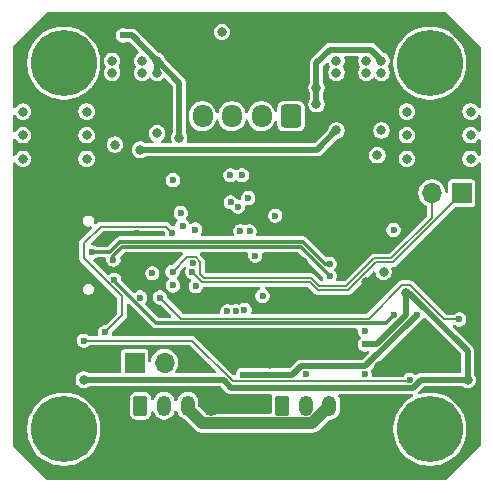
<source format=gbr>
%TF.GenerationSoftware,KiCad,Pcbnew,9.0.0*%
%TF.CreationDate,2025-02-21T22:51:25-08:00*%
%TF.ProjectId,Integrated FOC Stepper Driver,496e7465-6772-4617-9465-6420464f4320,rev?*%
%TF.SameCoordinates,Original*%
%TF.FileFunction,Copper,L4,Inr*%
%TF.FilePolarity,Positive*%
%FSLAX46Y46*%
G04 Gerber Fmt 4.6, Leading zero omitted, Abs format (unit mm)*
G04 Created by KiCad (PCBNEW 9.0.0) date 2025-02-21 22:51:25*
%MOMM*%
%LPD*%
G01*
G04 APERTURE LIST*
G04 Aperture macros list*
%AMRoundRect*
0 Rectangle with rounded corners*
0 $1 Rounding radius*
0 $2 $3 $4 $5 $6 $7 $8 $9 X,Y pos of 4 corners*
0 Add a 4 corners polygon primitive as box body*
4,1,4,$2,$3,$4,$5,$6,$7,$8,$9,$2,$3,0*
0 Add four circle primitives for the rounded corners*
1,1,$1+$1,$2,$3*
1,1,$1+$1,$4,$5*
1,1,$1+$1,$6,$7*
1,1,$1+$1,$8,$9*
0 Add four rect primitives between the rounded corners*
20,1,$1+$1,$2,$3,$4,$5,0*
20,1,$1+$1,$4,$5,$6,$7,0*
20,1,$1+$1,$6,$7,$8,$9,0*
20,1,$1+$1,$8,$9,$2,$3,0*%
G04 Aperture macros list end*
%TA.AperFunction,ComponentPad*%
%ADD10C,5.600000*%
%TD*%
%TA.AperFunction,ComponentPad*%
%ADD11R,1.700000X1.700000*%
%TD*%
%TA.AperFunction,ComponentPad*%
%ADD12O,1.700000X1.700000*%
%TD*%
%TA.AperFunction,HeatsinkPad*%
%ADD13O,2.100000X1.000000*%
%TD*%
%TA.AperFunction,HeatsinkPad*%
%ADD14O,1.800000X1.000000*%
%TD*%
%TA.AperFunction,ComponentPad*%
%ADD15C,0.600000*%
%TD*%
%TA.AperFunction,ComponentPad*%
%ADD16RoundRect,0.250000X-0.350000X-0.625000X0.350000X-0.625000X0.350000X0.625000X-0.350000X0.625000X0*%
%TD*%
%TA.AperFunction,ComponentPad*%
%ADD17O,1.200000X1.750000*%
%TD*%
%TA.AperFunction,ComponentPad*%
%ADD18RoundRect,0.250000X0.600000X0.725000X-0.600000X0.725000X-0.600000X-0.725000X0.600000X-0.725000X0*%
%TD*%
%TA.AperFunction,ComponentPad*%
%ADD19O,1.700000X1.950000*%
%TD*%
%TA.AperFunction,ViaPad*%
%ADD20C,0.600000*%
%TD*%
%TA.AperFunction,ViaPad*%
%ADD21C,0.800000*%
%TD*%
%TA.AperFunction,Conductor*%
%ADD22C,0.500000*%
%TD*%
%TA.AperFunction,Conductor*%
%ADD23C,0.300000*%
%TD*%
%TA.AperFunction,Conductor*%
%ADD24C,0.200000*%
%TD*%
%TA.AperFunction,Conductor*%
%ADD25C,1.000000*%
%TD*%
G04 APERTURE END LIST*
D10*
%TO.N,N/C*%
%TO.C,H4*%
X34500000Y-65500000D03*
%TD*%
D11*
%TO.N,/CAN_H*%
%TO.C,J5*%
X40500000Y-59850000D03*
D12*
%TO.N,Net-(J5-Pin_2)*%
X43040000Y-59850000D03*
%TD*%
D11*
%TO.N,Net-(J2-Pin_1)*%
%TO.C,J2*%
X68210000Y-45500000D03*
D12*
%TO.N,Net-(J2-Pin_2)*%
X65670000Y-45500000D03*
%TO.N,GND*%
X63130000Y-45500000D03*
%TD*%
D13*
%TO.N,GND*%
%TO.C,J1*%
X37125000Y-46430000D03*
D14*
X32925000Y-46430000D03*
D13*
X37125000Y-55070000D03*
D14*
X32925000Y-55070000D03*
%TD*%
D15*
%TO.N,GND*%
%TO.C,U6*%
X57550000Y-38150000D03*
X58850000Y-38150000D03*
X60150000Y-38150000D03*
X61450000Y-38150000D03*
X57550000Y-36850000D03*
X58850000Y-36850000D03*
X60150000Y-36850000D03*
X61450000Y-36850000D03*
%TD*%
D10*
%TO.N,N/C*%
%TO.C,H2*%
X65500000Y-34500000D03*
%TD*%
D16*
%TO.N,VBUS*%
%TO.C,J4*%
X53000000Y-63500000D03*
D17*
%TO.N,/CAN_H*%
X55000000Y-63500000D03*
%TO.N,/CAN_L*%
X57000000Y-63500000D03*
%TO.N,GND*%
X59000000Y-63500000D03*
%TD*%
D15*
%TO.N,GND*%
%TO.C,U7*%
X38550000Y-38150000D03*
X39850000Y-38150000D03*
X41150000Y-38150000D03*
X42450000Y-38150000D03*
X38550000Y-36850000D03*
X39850000Y-36850000D03*
X41150000Y-36850000D03*
X42450000Y-36850000D03*
%TD*%
D16*
%TO.N,VBUS*%
%TO.C,J3*%
X41000000Y-63500000D03*
D17*
%TO.N,/CAN_H*%
X43000000Y-63500000D03*
%TO.N,/CAN_L*%
X45000000Y-63500000D03*
%TO.N,GND*%
X47000000Y-63500000D03*
%TD*%
D10*
%TO.N,N/C*%
%TO.C,H3*%
X65500000Y-65500000D03*
%TD*%
D18*
%TO.N,/A2*%
%TO.C,J6*%
X53750000Y-39000000D03*
D19*
%TO.N,/A1*%
X51250000Y-39000000D03*
%TO.N,/B2*%
X48750000Y-39000000D03*
%TO.N,/B1*%
X46250000Y-39000000D03*
%TD*%
D10*
%TO.N,N/C*%
%TO.C,H1*%
X34500000Y-34500000D03*
%TD*%
D20*
%TO.N,+3.3V*%
X45680000Y-53390000D03*
X50240000Y-48730000D03*
D21*
X61575000Y-52150000D03*
D20*
X45640000Y-48590000D03*
X40965000Y-54350000D03*
X42002500Y-52302500D03*
X62426567Y-48625219D03*
D21*
X61405000Y-40200000D03*
D20*
X43760000Y-44400000D03*
X48600000Y-43990000D03*
X49600000Y-43990000D03*
X44410000Y-47190000D03*
D21*
X42405000Y-40450000D03*
D20*
X51330000Y-54210000D03*
X52415000Y-47410000D03*
D21*
X61050000Y-42295000D03*
%TO.N,GND*%
X34550000Y-40600000D03*
D20*
X48000000Y-59350000D03*
D21*
X57360000Y-45800000D03*
X67050000Y-42600000D03*
X39865000Y-35300000D03*
D20*
X37300000Y-60350000D03*
X39681250Y-45237500D03*
X44660000Y-42700000D03*
D21*
X52800000Y-55100000D03*
X32950000Y-38600000D03*
X50050000Y-63450000D03*
D20*
X49000000Y-50800000D03*
D21*
X61575000Y-50250000D03*
X34550000Y-42600000D03*
X31650000Y-48350000D03*
X35200000Y-49600000D03*
X64900000Y-59625000D03*
X54794881Y-51375000D03*
X58865000Y-35300000D03*
X60150000Y-64850000D03*
X58865000Y-34300000D03*
D20*
X42675000Y-46425000D03*
D21*
X32950000Y-40600000D03*
X66150000Y-58400000D03*
D20*
X40995000Y-53350000D03*
D21*
X60125000Y-53030000D03*
X39865000Y-34300000D03*
D20*
X52000000Y-57650000D03*
X61410000Y-32330000D03*
D21*
X54980000Y-54025000D03*
X43300000Y-67650000D03*
D20*
X47000000Y-50800000D03*
D21*
X46300000Y-42850000D03*
X50100000Y-67450000D03*
X65450000Y-42600000D03*
X34550000Y-38600000D03*
D20*
X47000000Y-44020000D03*
D21*
X54600000Y-68350000D03*
X68000000Y-52000000D03*
D20*
X37725000Y-53950000D03*
D21*
X61161372Y-60134644D03*
X55575000Y-49065000D03*
D20*
X48000000Y-52000000D03*
X46480000Y-57460000D03*
D21*
X47300000Y-40750000D03*
X31300000Y-58000000D03*
X67050000Y-40600000D03*
D20*
X37725000Y-47550000D03*
X44443750Y-46031250D03*
D21*
X59100000Y-54900000D03*
X53180000Y-46570000D03*
X67050000Y-38600000D03*
X63800000Y-58000000D03*
X32950000Y-42600000D03*
D20*
X42260000Y-43260000D03*
D21*
X51937500Y-59950000D03*
D20*
X50000000Y-57675000D03*
D21*
X50150000Y-34150000D03*
D20*
X39775000Y-43250000D03*
X47000000Y-52000000D03*
D21*
X31750000Y-53500000D03*
X65450000Y-40600000D03*
D20*
X46490000Y-60390000D03*
X68325000Y-62925000D03*
X48000000Y-50800000D03*
X40741268Y-48858732D03*
D21*
X53050000Y-31450000D03*
X40850000Y-57050000D03*
X65450000Y-38600000D03*
X58450000Y-58000000D03*
X37900000Y-63950000D03*
D20*
X38550000Y-32160000D03*
D21*
X57700000Y-67000000D03*
D20*
X50600000Y-44020000D03*
D21*
X33750000Y-58050000D03*
D20*
%TO.N,+1V1*%
X50727492Y-50799999D03*
X45411254Y-51461254D03*
D21*
%TO.N,VBUS*%
X31050000Y-40600000D03*
X55900000Y-36575000D03*
X68950000Y-42600000D03*
X42405000Y-35300000D03*
X31050000Y-38600000D03*
X36450000Y-38600000D03*
D20*
X39510000Y-32160000D03*
D21*
X55900000Y-37975000D03*
X36450000Y-40600000D03*
X42405000Y-34300000D03*
X63550000Y-38600000D03*
X61405000Y-35300000D03*
X68950000Y-40600000D03*
X44275000Y-40825000D03*
X31050000Y-42600000D03*
X68950000Y-38600000D03*
X61405000Y-34300000D03*
X47900000Y-31860000D03*
X63550000Y-40600000D03*
X63550000Y-42600000D03*
X36450000Y-42600000D03*
D20*
%TO.N,/USB_D+*%
X57010000Y-51500000D03*
X36863907Y-50499999D03*
%TO.N,/USB_D-*%
X57010000Y-52500000D03*
X38713632Y-51138490D03*
D21*
%TO.N,/B2*%
X38595000Y-34300000D03*
X38595000Y-35300000D03*
%TO.N,/B1*%
X41135000Y-34300000D03*
X41135000Y-35300000D03*
%TO.N,/A2*%
X57595000Y-34300000D03*
X57595000Y-35300000D03*
%TO.N,/A1*%
X60135000Y-34300000D03*
X60135000Y-35300000D03*
D20*
%TO.N,/NEOPIXEL*%
X38000000Y-57300000D03*
X43702569Y-48901594D03*
%TO.N,/A_CURRENT*%
X48359527Y-55525811D03*
D21*
X40965748Y-41834252D03*
X57595000Y-40200000D03*
D20*
%TO.N,/B_CURRENT*%
X49084474Y-55516833D03*
D21*
X38835000Y-41390000D03*
D20*
%TO.N,+5V*%
X59975000Y-58315000D03*
D21*
X63450000Y-53925000D03*
X68700000Y-61300000D03*
X36200000Y-61300000D03*
D20*
%TO.N,/SCL*%
X48636962Y-46275513D03*
%TO.N,/MT6701_PUSH*%
X44562500Y-48275000D03*
%TO.N,/SDA*%
X49257757Y-46650001D03*
%TO.N,/CAN_TX*%
X49446758Y-48724999D03*
X59975000Y-60855000D03*
%TO.N,/CAN_S*%
X43755882Y-53325000D03*
X55025000Y-60855000D03*
%TO.N,/CAN_RX*%
X50125000Y-45919492D03*
X59980000Y-57150000D03*
%TO.N,/MT6701_ANALOG*%
X49800000Y-55400000D03*
%TO.N,/VUSB*%
X38771232Y-52828768D03*
X62500000Y-55800000D03*
%TO.N,Net-(D1-DOUT)*%
X63800000Y-61300000D03*
X36200000Y-58000000D03*
%TO.N,Net-(U3-VOUT)*%
X49662500Y-60900000D03*
X64400000Y-55800000D03*
%TO.N,Net-(J2-Pin_2)*%
X43713536Y-52163993D03*
%TO.N,Net-(J2-Pin_1)*%
X45401422Y-52199539D03*
%TO.N,Net-(U1-RUN)*%
X68000000Y-56200000D03*
X42650000Y-54350000D03*
%TD*%
D22*
%TO.N,VBUS*%
X61405000Y-34300000D02*
X61405000Y-34226497D01*
X61405000Y-34226497D02*
X60528503Y-33350000D01*
X44275000Y-36145000D02*
X44275000Y-40825000D01*
X40265000Y-32160000D02*
X39510000Y-32160000D01*
X60528503Y-33350000D02*
X57075000Y-33350000D01*
X42405000Y-34300000D02*
X40265000Y-32160000D01*
X42405000Y-34300000D02*
X42405000Y-35300000D01*
X55900000Y-34525000D02*
X55900000Y-37975000D01*
X57075000Y-33350000D02*
X55900000Y-34525000D01*
X42405000Y-34275000D02*
X44275000Y-36145000D01*
D23*
%TO.N,/USB_D+*%
X38395433Y-50499999D02*
X39270432Y-49625000D01*
X39270432Y-49625000D02*
X54771397Y-49625000D01*
X54771397Y-49625000D02*
X56646397Y-51500000D01*
X36863907Y-50499999D02*
X38395433Y-50499999D01*
X56646397Y-51500000D02*
X57010000Y-51500000D01*
%TO.N,/USB_D-*%
X39456830Y-50075000D02*
X54585000Y-50075000D01*
X38713632Y-50818198D02*
X39456830Y-50075000D01*
X54585000Y-50075000D02*
X57010000Y-52500000D01*
X38713632Y-51138490D02*
X38713632Y-50818198D01*
D24*
%TO.N,/NEOPIXEL*%
X36200000Y-49750000D02*
X36200000Y-51000000D01*
X39450000Y-55850000D02*
X38000000Y-57300000D01*
X36200000Y-51000000D02*
X39450000Y-54250000D01*
X39450000Y-54250000D02*
X39450000Y-55850000D01*
X43702569Y-48901594D02*
X43134707Y-48333732D01*
X43134707Y-48333732D02*
X37616268Y-48333732D01*
X37616268Y-48333732D02*
X36200000Y-49750000D01*
D22*
%TO.N,/A_CURRENT*%
X57595000Y-40200000D02*
X55960748Y-41834252D01*
X55960748Y-41834252D02*
X40965748Y-41834252D01*
%TO.N,+5V*%
X48703248Y-61975000D02*
X64079595Y-61975000D01*
X63450000Y-55866116D02*
X63450000Y-53925000D01*
X64754595Y-61300000D02*
X68700000Y-61300000D01*
X36200000Y-61300000D02*
X48028248Y-61300000D01*
X63450000Y-53925000D02*
X63749999Y-53925000D01*
X63749999Y-53925000D02*
X68700000Y-58875001D01*
X68700000Y-58875001D02*
X68700000Y-61300000D01*
X48028248Y-61300000D02*
X48703248Y-61975000D01*
X61001116Y-58315000D02*
X63450000Y-55866116D01*
X59975000Y-58315000D02*
X61001116Y-58315000D01*
X64079595Y-61975000D02*
X64754595Y-61300000D01*
D23*
%TO.N,/VUSB*%
X42301827Y-56500000D02*
X61800000Y-56500000D01*
X38771232Y-52828768D02*
X38771232Y-52969405D01*
X38771232Y-52969405D02*
X42301827Y-56500000D01*
X61800000Y-56500000D02*
X62500000Y-55800000D01*
D24*
%TO.N,Net-(D1-DOUT)*%
X45400000Y-58000000D02*
X48850000Y-61450000D01*
X36200000Y-58000000D02*
X45400000Y-58000000D01*
X48850000Y-61450000D02*
X63650000Y-61450000D01*
X63650000Y-61450000D02*
X63800000Y-61300000D01*
D25*
%TO.N,/CAN_L*%
X45000000Y-63500000D02*
X45000000Y-63775000D01*
X46225000Y-65000000D02*
X55507412Y-65000000D01*
X45000000Y-63775000D02*
X46225000Y-65000000D01*
X57000000Y-63507412D02*
X57000000Y-63500000D01*
X55507412Y-65000000D02*
X57000000Y-63507412D01*
D22*
%TO.N,Net-(U3-VOUT)*%
X49662500Y-60900000D02*
X53862500Y-60900000D01*
X60025000Y-60175000D02*
X64400000Y-55800000D01*
X53862500Y-60900000D02*
X54587500Y-60175000D01*
X54587500Y-60175000D02*
X60025000Y-60175000D01*
D24*
%TO.N,Net-(J2-Pin_2)*%
X58426082Y-53374000D02*
X60776082Y-51024000D01*
X55460034Y-52699000D02*
X56135034Y-53374000D01*
X65670000Y-47578966D02*
X65670000Y-45500000D01*
X44941275Y-50936254D02*
X45686254Y-50936254D01*
X43713536Y-52163993D02*
X44941275Y-50936254D01*
X60776082Y-51024000D02*
X62224966Y-51024000D01*
X45686254Y-50936254D02*
X46050000Y-51300000D01*
X56135034Y-53374000D02*
X58426082Y-53374000D01*
X46050000Y-51300000D02*
X46050000Y-52387083D01*
X62224966Y-51024000D02*
X65670000Y-47578966D01*
X46361917Y-52699000D02*
X55460034Y-52699000D01*
X46050000Y-52387083D02*
X46361917Y-52699000D01*
%TO.N,Net-(J2-Pin_1)*%
X56000000Y-53700000D02*
X58561116Y-53700000D01*
X45401422Y-52199539D02*
X46226883Y-53025000D01*
X55325000Y-53025000D02*
X56000000Y-53700000D01*
X46226883Y-53025000D02*
X55325000Y-53025000D01*
X62360000Y-51350000D02*
X68210000Y-45500000D01*
X58561116Y-53700000D02*
X60911116Y-51350000D01*
X60911116Y-51350000D02*
X62360000Y-51350000D01*
%TO.N,Net-(U1-RUN)*%
X63796751Y-53300000D02*
X66696751Y-56200000D01*
X44425000Y-56125000D02*
X60325000Y-56125000D01*
X42650000Y-54350000D02*
X44425000Y-56125000D01*
X66696751Y-56200000D02*
X68000000Y-56200000D01*
X60325000Y-56125000D02*
X63150000Y-53300000D01*
X63150000Y-53300000D02*
X63796751Y-53300000D01*
%TD*%
%TA.AperFunction,Conductor*%
%TO.N,GND*%
G36*
X65106256Y-56061021D02*
G01*
X65117286Y-56070811D01*
X68113181Y-59066706D01*
X68146666Y-59128029D01*
X68149500Y-59154387D01*
X68149500Y-60625500D01*
X68129815Y-60692539D01*
X68077011Y-60738294D01*
X68025500Y-60749500D01*
X64682120Y-60749500D01*
X64583435Y-60775943D01*
X64542109Y-60787016D01*
X64416576Y-60859491D01*
X64400331Y-60875737D01*
X64339007Y-60909221D01*
X64269316Y-60904235D01*
X64224971Y-60875735D01*
X64168717Y-60819481D01*
X64168709Y-60819475D01*
X64031790Y-60740426D01*
X64031786Y-60740424D01*
X64031784Y-60740423D01*
X63879057Y-60699500D01*
X63720943Y-60699500D01*
X63568216Y-60740423D01*
X63568209Y-60740426D01*
X63431290Y-60819475D01*
X63431282Y-60819481D01*
X63319481Y-60931282D01*
X63319479Y-60931285D01*
X63287025Y-60987499D01*
X63236458Y-61035715D01*
X63179637Y-61049500D01*
X60699500Y-61049500D01*
X60632461Y-61029815D01*
X60586706Y-60977011D01*
X60575500Y-60925500D01*
X60575500Y-60775945D01*
X60575500Y-60775943D01*
X60534577Y-60623216D01*
X60516532Y-60591962D01*
X60500061Y-60524063D01*
X60522914Y-60458036D01*
X60536234Y-60442289D01*
X64592431Y-56386092D01*
X64625104Y-56364262D01*
X64624745Y-56363640D01*
X64631780Y-56359577D01*
X64631784Y-56359577D01*
X64768716Y-56280520D01*
X64880520Y-56168716D01*
X64922218Y-56096491D01*
X64972784Y-56048277D01*
X65041391Y-56035053D01*
X65106256Y-56061021D01*
G37*
%TD.AperFunction*%
%TA.AperFunction,Conductor*%
G36*
X40055703Y-54891425D02*
G01*
X40062181Y-54897457D01*
X42025213Y-56860489D01*
X42025214Y-56860490D01*
X42025216Y-56860491D01*
X42084520Y-56894729D01*
X42084523Y-56894732D01*
X42118764Y-56914500D01*
X42127941Y-56919799D01*
X42242518Y-56950500D01*
X59255500Y-56950500D01*
X59322539Y-56970185D01*
X59368294Y-57022989D01*
X59379500Y-57074500D01*
X59379500Y-57229057D01*
X59419693Y-57379057D01*
X59420423Y-57381783D01*
X59420426Y-57381790D01*
X59499475Y-57518709D01*
X59499479Y-57518714D01*
X59499480Y-57518716D01*
X59611284Y-57630520D01*
X59611286Y-57630521D01*
X59613586Y-57632286D01*
X59615036Y-57634272D01*
X59617031Y-57636267D01*
X59616720Y-57636577D01*
X59654789Y-57688713D01*
X59658944Y-57758459D01*
X59624732Y-57819380D01*
X59612226Y-57828866D01*
X59612735Y-57829530D01*
X59606282Y-57834481D01*
X59494481Y-57946282D01*
X59494475Y-57946290D01*
X59415426Y-58083209D01*
X59415423Y-58083216D01*
X59374500Y-58235943D01*
X59374500Y-58394057D01*
X59412799Y-58536989D01*
X59415423Y-58546783D01*
X59415426Y-58546790D01*
X59494475Y-58683709D01*
X59494479Y-58683714D01*
X59494480Y-58683716D01*
X59606284Y-58795520D01*
X59606286Y-58795521D01*
X59606290Y-58795524D01*
X59743209Y-58874573D01*
X59743216Y-58874577D01*
X59895943Y-58915500D01*
X59895945Y-58915500D01*
X60054055Y-58915500D01*
X60054057Y-58915500D01*
X60206784Y-58874577D01*
X60206785Y-58874576D01*
X60214635Y-58872473D01*
X60214746Y-58872888D01*
X60218428Y-58870523D01*
X60253363Y-58865500D01*
X60256613Y-58865500D01*
X60323652Y-58885185D01*
X60369407Y-58937989D01*
X60379351Y-59007147D01*
X60350326Y-59070703D01*
X60344294Y-59077181D01*
X59833294Y-59588181D01*
X59771971Y-59621666D01*
X59745613Y-59624500D01*
X54515025Y-59624500D01*
X54410017Y-59652637D01*
X54375014Y-59662016D01*
X54249486Y-59734489D01*
X54249483Y-59734491D01*
X53670794Y-60313181D01*
X53609471Y-60346666D01*
X53583113Y-60349500D01*
X49940863Y-60349500D01*
X49902320Y-60341834D01*
X49902135Y-60342527D01*
X49894285Y-60340423D01*
X49894284Y-60340423D01*
X49741557Y-60299500D01*
X49583443Y-60299500D01*
X49430716Y-60340423D01*
X49430709Y-60340426D01*
X49293790Y-60419475D01*
X49293782Y-60419481D01*
X49181981Y-60531282D01*
X49181975Y-60531290D01*
X49102926Y-60668209D01*
X49102923Y-60668216D01*
X49062394Y-60819475D01*
X49059897Y-60828793D01*
X49056856Y-60827978D01*
X49034542Y-60878323D01*
X48976190Y-60916752D01*
X48906325Y-60917533D01*
X48852246Y-60885854D01*
X45645915Y-57679522D01*
X45645914Y-57679521D01*
X45645913Y-57679520D01*
X45600250Y-57653156D01*
X45554589Y-57626793D01*
X45503657Y-57613146D01*
X45452727Y-57599500D01*
X45452726Y-57599500D01*
X38703032Y-57599500D01*
X38686388Y-57594612D01*
X38669045Y-57594751D01*
X38653561Y-57584973D01*
X38635993Y-57579815D01*
X38624635Y-57566707D01*
X38609969Y-57557446D01*
X38602229Y-57540849D01*
X38590238Y-57527011D01*
X38587667Y-57509624D01*
X38580439Y-57494124D01*
X38581787Y-57469853D01*
X38580158Y-57458831D01*
X38581217Y-57451019D01*
X38600500Y-57379057D01*
X38600500Y-57308884D01*
X38601626Y-57300584D01*
X38612605Y-57276026D01*
X38620185Y-57250214D01*
X38629083Y-57239171D01*
X38630144Y-57236799D01*
X38631943Y-57235622D01*
X38636814Y-57229576D01*
X39685703Y-56180687D01*
X39685708Y-56180684D01*
X39695911Y-56170480D01*
X39695913Y-56170480D01*
X39770480Y-56095913D01*
X39823207Y-56004587D01*
X39825145Y-55997353D01*
X39850501Y-55902727D01*
X39850501Y-55797273D01*
X39850500Y-55797269D01*
X39850500Y-54985138D01*
X39870185Y-54918099D01*
X39922989Y-54872344D01*
X39992147Y-54862400D01*
X40055703Y-54891425D01*
G37*
%TD.AperFunction*%
%TA.AperFunction,Conductor*%
G36*
X50084800Y-50545185D02*
G01*
X50130555Y-50597989D01*
X50140499Y-50667147D01*
X50137538Y-50681581D01*
X50126992Y-50720942D01*
X50126992Y-50879056D01*
X50165559Y-51022988D01*
X50167915Y-51031782D01*
X50167918Y-51031789D01*
X50246967Y-51168708D01*
X50246971Y-51168713D01*
X50246972Y-51168715D01*
X50358776Y-51280519D01*
X50358778Y-51280520D01*
X50358782Y-51280523D01*
X50483845Y-51352727D01*
X50495708Y-51359576D01*
X50648435Y-51400499D01*
X50648437Y-51400499D01*
X50806547Y-51400499D01*
X50806549Y-51400499D01*
X50959276Y-51359576D01*
X51096208Y-51280519D01*
X51208012Y-51168715D01*
X51287069Y-51031783D01*
X51327992Y-50879056D01*
X51327992Y-50720942D01*
X51317448Y-50681591D01*
X51319111Y-50611744D01*
X51358273Y-50553881D01*
X51422502Y-50526377D01*
X51437223Y-50525500D01*
X54347035Y-50525500D01*
X54414074Y-50545185D01*
X54434716Y-50561819D01*
X56373299Y-52500402D01*
X56406784Y-52561725D01*
X56408556Y-52571893D01*
X56409498Y-52579050D01*
X56422470Y-52627465D01*
X56450423Y-52731784D01*
X56461037Y-52750169D01*
X56482591Y-52787501D01*
X56484022Y-52793402D01*
X56487997Y-52797989D01*
X56492161Y-52826951D01*
X56499063Y-52855401D01*
X56497077Y-52861138D01*
X56497941Y-52867147D01*
X56485783Y-52893768D01*
X56476210Y-52921428D01*
X56471437Y-52925180D01*
X56468916Y-52930703D01*
X56444293Y-52946526D01*
X56421288Y-52964618D01*
X56413938Y-52966034D01*
X56410138Y-52968477D01*
X56375203Y-52973500D01*
X56352289Y-52973500D01*
X56285250Y-52953815D01*
X56264608Y-52937181D01*
X55705949Y-52378522D01*
X55705947Y-52378520D01*
X55653515Y-52348248D01*
X55614623Y-52325793D01*
X55563691Y-52312146D01*
X55512761Y-52298500D01*
X55512760Y-52298500D01*
X46579172Y-52298500D01*
X46549731Y-52289855D01*
X46519745Y-52283332D01*
X46514729Y-52279577D01*
X46512133Y-52278815D01*
X46491491Y-52262181D01*
X46486819Y-52257509D01*
X46453334Y-52196186D01*
X46450500Y-52169828D01*
X46450500Y-51362729D01*
X46450501Y-51362716D01*
X46450501Y-51247276D01*
X46450501Y-51247274D01*
X46423207Y-51145413D01*
X46399347Y-51104087D01*
X46399346Y-51104085D01*
X46399346Y-51104084D01*
X46370482Y-51054090D01*
X46370478Y-51054085D01*
X46053574Y-50737181D01*
X46020089Y-50675858D01*
X46025073Y-50606166D01*
X46066945Y-50550233D01*
X46132409Y-50525816D01*
X46141255Y-50525500D01*
X50017761Y-50525500D01*
X50084800Y-50545185D01*
G37*
%TD.AperFunction*%
%TA.AperFunction,Conductor*%
G36*
X42984491Y-48753917D02*
G01*
X43005133Y-48770551D01*
X43065750Y-48831168D01*
X43077349Y-48852409D01*
X43092563Y-48871235D01*
X43096942Y-48888292D01*
X43099235Y-48892491D01*
X43100110Y-48900629D01*
X43101340Y-48905420D01*
X43102069Y-48912111D01*
X43102069Y-48980651D01*
X43114651Y-49027608D01*
X43115682Y-49037071D01*
X43103373Y-49105848D01*
X43055835Y-49157052D01*
X42992411Y-49174500D01*
X39211123Y-49174500D01*
X39130583Y-49196080D01*
X39096541Y-49205202D01*
X39096540Y-49205203D01*
X39061009Y-49225718D01*
X39061007Y-49225719D01*
X38993824Y-49264506D01*
X38993816Y-49264512D01*
X38245149Y-50013180D01*
X38183826Y-50046665D01*
X38157468Y-50049499D01*
X37313838Y-50049499D01*
X37246799Y-50029814D01*
X37238350Y-50023874D01*
X37232616Y-50019474D01*
X37095697Y-49940425D01*
X37095693Y-49940423D01*
X37095691Y-49940422D01*
X36942964Y-49899499D01*
X36916256Y-49899499D01*
X36849217Y-49879814D01*
X36803462Y-49827010D01*
X36793518Y-49757852D01*
X36822543Y-49694296D01*
X36828575Y-49687818D01*
X37745842Y-48770551D01*
X37807165Y-48737066D01*
X37833523Y-48734232D01*
X42917452Y-48734232D01*
X42984491Y-48753917D01*
G37*
%TD.AperFunction*%
%TA.AperFunction,Conductor*%
G36*
X66932627Y-30220185D02*
G01*
X66953269Y-30236819D01*
X69763181Y-33046731D01*
X69796666Y-33108054D01*
X69799500Y-33134412D01*
X69799500Y-38201725D01*
X69779815Y-38268764D01*
X69727011Y-38314519D01*
X69657853Y-38324463D01*
X69594297Y-38295438D01*
X69572398Y-38270616D01*
X69494114Y-38153458D01*
X69494111Y-38153454D01*
X69396545Y-38055888D01*
X69396541Y-38055885D01*
X69281817Y-37979228D01*
X69281804Y-37979221D01*
X69154332Y-37926421D01*
X69154322Y-37926418D01*
X69018995Y-37899500D01*
X69018993Y-37899500D01*
X68881007Y-37899500D01*
X68881005Y-37899500D01*
X68745677Y-37926418D01*
X68745667Y-37926421D01*
X68618195Y-37979221D01*
X68618182Y-37979228D01*
X68503458Y-38055885D01*
X68503454Y-38055888D01*
X68405888Y-38153454D01*
X68405885Y-38153458D01*
X68329228Y-38268182D01*
X68329221Y-38268195D01*
X68276421Y-38395667D01*
X68276418Y-38395677D01*
X68249500Y-38531004D01*
X68249500Y-38531007D01*
X68249500Y-38668993D01*
X68249500Y-38668995D01*
X68249499Y-38668995D01*
X68276418Y-38804322D01*
X68276421Y-38804332D01*
X68329221Y-38931804D01*
X68329228Y-38931817D01*
X68405885Y-39046541D01*
X68405888Y-39046545D01*
X68503454Y-39144111D01*
X68503458Y-39144114D01*
X68618182Y-39220771D01*
X68618195Y-39220778D01*
X68716571Y-39261526D01*
X68745672Y-39273580D01*
X68745676Y-39273580D01*
X68745677Y-39273581D01*
X68881004Y-39300500D01*
X68881007Y-39300500D01*
X69018995Y-39300500D01*
X69110041Y-39282389D01*
X69154328Y-39273580D01*
X69281811Y-39220775D01*
X69396542Y-39144114D01*
X69494114Y-39046542D01*
X69533553Y-38987516D01*
X69572398Y-38929383D01*
X69626010Y-38884578D01*
X69695335Y-38875871D01*
X69758363Y-38906026D01*
X69795082Y-38965469D01*
X69799500Y-38998274D01*
X69799500Y-40201725D01*
X69779815Y-40268764D01*
X69727011Y-40314519D01*
X69657853Y-40324463D01*
X69594297Y-40295438D01*
X69572398Y-40270616D01*
X69494114Y-40153458D01*
X69494111Y-40153454D01*
X69396545Y-40055888D01*
X69396541Y-40055885D01*
X69281817Y-39979228D01*
X69281804Y-39979221D01*
X69154332Y-39926421D01*
X69154322Y-39926418D01*
X69018995Y-39899500D01*
X69018993Y-39899500D01*
X68881007Y-39899500D01*
X68881005Y-39899500D01*
X68745677Y-39926418D01*
X68745667Y-39926421D01*
X68618195Y-39979221D01*
X68618182Y-39979228D01*
X68503458Y-40055885D01*
X68503454Y-40055888D01*
X68405888Y-40153454D01*
X68405885Y-40153458D01*
X68329228Y-40268182D01*
X68329221Y-40268195D01*
X68276421Y-40395667D01*
X68276418Y-40395677D01*
X68249500Y-40531004D01*
X68249500Y-40531007D01*
X68249500Y-40668993D01*
X68249500Y-40668995D01*
X68249499Y-40668995D01*
X68276418Y-40804322D01*
X68276421Y-40804332D01*
X68329221Y-40931804D01*
X68329228Y-40931817D01*
X68405885Y-41046541D01*
X68405888Y-41046545D01*
X68503454Y-41144111D01*
X68503458Y-41144114D01*
X68618182Y-41220771D01*
X68618195Y-41220778D01*
X68740752Y-41271542D01*
X68745672Y-41273580D01*
X68745676Y-41273580D01*
X68745677Y-41273581D01*
X68881004Y-41300500D01*
X68881007Y-41300500D01*
X69018995Y-41300500D01*
X69110041Y-41282389D01*
X69154328Y-41273580D01*
X69281811Y-41220775D01*
X69396542Y-41144114D01*
X69494114Y-41046542D01*
X69533553Y-40987516D01*
X69572398Y-40929383D01*
X69626010Y-40884578D01*
X69695335Y-40875871D01*
X69758363Y-40906026D01*
X69795082Y-40965469D01*
X69799500Y-40998274D01*
X69799500Y-42201725D01*
X69779815Y-42268764D01*
X69727011Y-42314519D01*
X69657853Y-42324463D01*
X69594297Y-42295438D01*
X69572398Y-42270616D01*
X69494114Y-42153458D01*
X69494111Y-42153454D01*
X69396545Y-42055888D01*
X69396541Y-42055885D01*
X69281817Y-41979228D01*
X69281804Y-41979221D01*
X69154332Y-41926421D01*
X69154322Y-41926418D01*
X69018995Y-41899500D01*
X69018993Y-41899500D01*
X68881007Y-41899500D01*
X68881005Y-41899500D01*
X68745677Y-41926418D01*
X68745667Y-41926421D01*
X68618195Y-41979221D01*
X68618182Y-41979228D01*
X68503458Y-42055885D01*
X68503454Y-42055888D01*
X68405888Y-42153454D01*
X68405885Y-42153458D01*
X68329228Y-42268182D01*
X68329221Y-42268195D01*
X68276421Y-42395667D01*
X68276418Y-42395677D01*
X68249500Y-42531004D01*
X68249500Y-42531007D01*
X68249500Y-42668993D01*
X68249500Y-42668995D01*
X68249499Y-42668995D01*
X68276418Y-42804322D01*
X68276421Y-42804332D01*
X68329221Y-42931804D01*
X68329228Y-42931817D01*
X68405885Y-43046541D01*
X68405888Y-43046545D01*
X68503454Y-43144111D01*
X68503458Y-43144114D01*
X68618182Y-43220771D01*
X68618195Y-43220778D01*
X68745667Y-43273578D01*
X68745672Y-43273580D01*
X68745676Y-43273580D01*
X68745677Y-43273581D01*
X68881004Y-43300500D01*
X68881007Y-43300500D01*
X69018995Y-43300500D01*
X69110041Y-43282389D01*
X69154328Y-43273580D01*
X69281811Y-43220775D01*
X69396542Y-43144114D01*
X69494114Y-43046542D01*
X69546208Y-42968578D01*
X69572398Y-42929383D01*
X69626010Y-42884578D01*
X69695335Y-42875871D01*
X69758363Y-42906026D01*
X69795082Y-42965469D01*
X69799500Y-42998274D01*
X69799500Y-66865588D01*
X69779815Y-66932627D01*
X69763181Y-66953269D01*
X66953269Y-69763181D01*
X66891946Y-69796666D01*
X66865588Y-69799500D01*
X33134412Y-69799500D01*
X33067373Y-69779815D01*
X33046731Y-69763181D01*
X30236819Y-66953269D01*
X30203334Y-66891946D01*
X30200500Y-66865588D01*
X30200500Y-65325875D01*
X31399500Y-65325875D01*
X31399500Y-65674124D01*
X31438489Y-66020158D01*
X31438491Y-66020170D01*
X31515982Y-66359684D01*
X31515985Y-66359692D01*
X31630999Y-66688382D01*
X31782092Y-67002130D01*
X31967371Y-67296999D01*
X31967372Y-67297001D01*
X32184487Y-67569256D01*
X32430743Y-67815512D01*
X32702998Y-68032627D01*
X32703001Y-68032628D01*
X32703003Y-68032630D01*
X32997867Y-68217906D01*
X33311621Y-68369002D01*
X33558488Y-68455384D01*
X33640307Y-68484014D01*
X33640315Y-68484017D01*
X33640318Y-68484017D01*
X33640319Y-68484018D01*
X33979829Y-68561509D01*
X34325876Y-68600499D01*
X34325877Y-68600500D01*
X34325880Y-68600500D01*
X34674123Y-68600500D01*
X34674123Y-68600499D01*
X35020171Y-68561509D01*
X35359681Y-68484018D01*
X35688379Y-68369002D01*
X36002133Y-68217906D01*
X36296997Y-68032630D01*
X36297001Y-68032627D01*
X36569256Y-67815512D01*
X36569258Y-67815509D01*
X36569263Y-67815506D01*
X36815506Y-67569263D01*
X37032630Y-67296997D01*
X37217906Y-67002133D01*
X37369002Y-66688379D01*
X37484018Y-66359681D01*
X37561509Y-66020171D01*
X37600500Y-65674120D01*
X37600500Y-65325880D01*
X37561509Y-64979829D01*
X37484018Y-64640319D01*
X37369002Y-64311621D01*
X37217906Y-63997867D01*
X37032630Y-63703003D01*
X37032628Y-63703000D01*
X37032627Y-63702998D01*
X36815512Y-63430743D01*
X36569256Y-63184487D01*
X36297001Y-62967372D01*
X36296999Y-62967371D01*
X36002130Y-62782092D01*
X35688382Y-62630999D01*
X35359692Y-62515985D01*
X35359684Y-62515982D01*
X35105048Y-62457863D01*
X35020171Y-62438491D01*
X35020167Y-62438490D01*
X35020158Y-62438489D01*
X34674124Y-62399500D01*
X34674120Y-62399500D01*
X34325880Y-62399500D01*
X34325875Y-62399500D01*
X33979841Y-62438489D01*
X33979829Y-62438491D01*
X33640315Y-62515982D01*
X33640307Y-62515985D01*
X33311617Y-62630999D01*
X32997869Y-62782092D01*
X32703000Y-62967371D01*
X32702998Y-62967372D01*
X32430743Y-63184487D01*
X32184487Y-63430743D01*
X31967372Y-63702998D01*
X31967371Y-63703000D01*
X31782092Y-63997869D01*
X31630999Y-64311617D01*
X31515985Y-64640307D01*
X31515982Y-64640315D01*
X31438491Y-64979829D01*
X31438489Y-64979841D01*
X31399500Y-65325875D01*
X30200500Y-65325875D01*
X30200500Y-61368995D01*
X35499499Y-61368995D01*
X35526418Y-61504322D01*
X35526421Y-61504332D01*
X35579221Y-61631804D01*
X35579228Y-61631817D01*
X35655885Y-61746541D01*
X35655888Y-61746545D01*
X35753454Y-61844111D01*
X35753458Y-61844114D01*
X35868182Y-61920771D01*
X35868195Y-61920778D01*
X35995667Y-61973578D01*
X35995672Y-61973580D01*
X35995676Y-61973580D01*
X35995677Y-61973581D01*
X36131004Y-62000500D01*
X36131007Y-62000500D01*
X36268995Y-62000500D01*
X36360041Y-61982389D01*
X36404328Y-61973580D01*
X36531811Y-61920775D01*
X36605709Y-61871398D01*
X36672386Y-61850520D01*
X36674600Y-61850500D01*
X47748861Y-61850500D01*
X47815900Y-61870185D01*
X47836542Y-61886819D01*
X48365233Y-62415510D01*
X48490763Y-62487984D01*
X48630773Y-62525500D01*
X52013873Y-62525500D01*
X52080912Y-62545185D01*
X52126667Y-62597989D01*
X52136611Y-62667147D01*
X52129228Y-62694990D01*
X52110122Y-62743438D01*
X52107987Y-62761220D01*
X52099500Y-62831898D01*
X52099500Y-62831903D01*
X52099500Y-64075500D01*
X52079815Y-64142539D01*
X52027011Y-64188294D01*
X51975500Y-64199500D01*
X46607940Y-64199500D01*
X46540901Y-64179815D01*
X46520259Y-64163181D01*
X45936819Y-63579741D01*
X45903334Y-63518418D01*
X45900500Y-63492060D01*
X45900500Y-63136306D01*
X45900499Y-63136304D01*
X45865896Y-62962341D01*
X45865893Y-62962332D01*
X45798016Y-62798459D01*
X45798009Y-62798446D01*
X45699464Y-62650965D01*
X45699461Y-62650961D01*
X45574038Y-62525538D01*
X45574034Y-62525535D01*
X45426553Y-62426990D01*
X45426540Y-62426983D01*
X45262667Y-62359106D01*
X45262658Y-62359103D01*
X45088694Y-62324500D01*
X45088691Y-62324500D01*
X44911309Y-62324500D01*
X44911306Y-62324500D01*
X44737341Y-62359103D01*
X44737332Y-62359106D01*
X44573459Y-62426983D01*
X44573446Y-62426990D01*
X44425965Y-62525535D01*
X44425961Y-62525538D01*
X44300538Y-62650961D01*
X44300535Y-62650965D01*
X44201990Y-62798446D01*
X44201983Y-62798459D01*
X44134106Y-62962332D01*
X44134104Y-62962340D01*
X44121617Y-63025118D01*
X44089232Y-63087028D01*
X44028516Y-63121603D01*
X43958747Y-63117863D01*
X43902075Y-63076996D01*
X43878383Y-63025118D01*
X43865895Y-62962340D01*
X43865894Y-62962334D01*
X43841284Y-62902919D01*
X43798016Y-62798459D01*
X43798009Y-62798446D01*
X43699464Y-62650965D01*
X43699461Y-62650961D01*
X43574038Y-62525538D01*
X43574034Y-62525535D01*
X43426553Y-62426990D01*
X43426540Y-62426983D01*
X43262667Y-62359106D01*
X43262658Y-62359103D01*
X43088694Y-62324500D01*
X43088691Y-62324500D01*
X42911309Y-62324500D01*
X42911306Y-62324500D01*
X42737341Y-62359103D01*
X42737332Y-62359106D01*
X42573459Y-62426983D01*
X42573446Y-62426990D01*
X42425965Y-62525535D01*
X42425961Y-62525538D01*
X42300538Y-62650961D01*
X42300535Y-62650965D01*
X42201990Y-62798446D01*
X42201983Y-62798459D01*
X42139061Y-62950371D01*
X42095221Y-63004775D01*
X42028927Y-63026840D01*
X41961227Y-63009561D01*
X41913616Y-62958424D01*
X41900500Y-62902919D01*
X41900500Y-62831903D01*
X41900500Y-62831898D01*
X41889877Y-62743436D01*
X41834361Y-62602658D01*
X41834360Y-62602657D01*
X41834360Y-62602656D01*
X41742922Y-62482077D01*
X41622343Y-62390639D01*
X41526192Y-62352722D01*
X41481564Y-62335123D01*
X41481563Y-62335122D01*
X41481561Y-62335122D01*
X41435926Y-62329642D01*
X41393102Y-62324500D01*
X40606898Y-62324500D01*
X40567853Y-62329188D01*
X40518438Y-62335122D01*
X40377656Y-62390639D01*
X40257077Y-62482077D01*
X40165639Y-62602656D01*
X40110122Y-62743438D01*
X40107987Y-62761220D01*
X40099500Y-62831898D01*
X40099500Y-64168102D01*
X40103516Y-64201541D01*
X40110122Y-64256561D01*
X40165639Y-64397343D01*
X40257077Y-64517922D01*
X40377656Y-64609360D01*
X40377657Y-64609360D01*
X40377658Y-64609361D01*
X40518436Y-64664877D01*
X40606898Y-64675500D01*
X40606903Y-64675500D01*
X41393097Y-64675500D01*
X41393102Y-64675500D01*
X41481564Y-64664877D01*
X41622342Y-64609361D01*
X41742922Y-64517922D01*
X41834361Y-64397342D01*
X41889877Y-64256564D01*
X41900500Y-64168102D01*
X41900500Y-64097080D01*
X41920185Y-64030041D01*
X41972989Y-63984286D01*
X42042147Y-63974342D01*
X42105703Y-64003367D01*
X42139061Y-64049628D01*
X42201983Y-64201541D01*
X42201990Y-64201553D01*
X42300535Y-64349034D01*
X42300538Y-64349038D01*
X42425961Y-64474461D01*
X42425965Y-64474464D01*
X42573446Y-64573009D01*
X42573459Y-64573016D01*
X42696363Y-64623923D01*
X42737334Y-64640894D01*
X42737336Y-64640894D01*
X42737341Y-64640896D01*
X42911304Y-64675499D01*
X42911307Y-64675500D01*
X42911309Y-64675500D01*
X43088693Y-64675500D01*
X43088694Y-64675499D01*
X43187493Y-64655847D01*
X43262658Y-64640896D01*
X43262661Y-64640894D01*
X43262666Y-64640894D01*
X43426547Y-64573013D01*
X43574035Y-64474464D01*
X43699464Y-64349035D01*
X43798013Y-64201547D01*
X43865894Y-64037666D01*
X43873811Y-63997869D01*
X43878383Y-63974882D01*
X43910768Y-63912971D01*
X43971483Y-63878397D01*
X44041253Y-63882136D01*
X44097925Y-63923003D01*
X44121617Y-63974882D01*
X44134103Y-64037658D01*
X44134106Y-64037667D01*
X44201983Y-64201540D01*
X44201990Y-64201553D01*
X44300535Y-64349034D01*
X44300538Y-64349038D01*
X44425961Y-64474461D01*
X44425965Y-64474464D01*
X44573449Y-64573011D01*
X44573451Y-64573011D01*
X44573453Y-64573013D01*
X44708540Y-64628967D01*
X44748769Y-64655847D01*
X45714707Y-65621786D01*
X45714711Y-65621789D01*
X45845814Y-65709390D01*
X45845818Y-65709392D01*
X45845821Y-65709394D01*
X45991503Y-65769738D01*
X46146153Y-65800499D01*
X46146157Y-65800500D01*
X46146158Y-65800500D01*
X55586256Y-65800500D01*
X55586257Y-65800499D01*
X55740909Y-65769737D01*
X55886591Y-65709394D01*
X56017701Y-65621789D01*
X56927671Y-64711819D01*
X56988994Y-64678334D01*
X57015352Y-64675500D01*
X57088693Y-64675500D01*
X57088694Y-64675499D01*
X57187493Y-64655847D01*
X57262658Y-64640896D01*
X57262661Y-64640894D01*
X57262666Y-64640894D01*
X57426547Y-64573013D01*
X57574035Y-64474464D01*
X57699464Y-64349035D01*
X57798013Y-64201547D01*
X57865894Y-64037666D01*
X57900500Y-63863691D01*
X57900500Y-63136309D01*
X57900500Y-63136306D01*
X57900499Y-63136304D01*
X57865896Y-62962341D01*
X57865893Y-62962332D01*
X57798016Y-62798459D01*
X57798012Y-62798452D01*
X57787082Y-62782094D01*
X57744516Y-62718390D01*
X57723639Y-62651714D01*
X57742123Y-62584334D01*
X57794102Y-62537643D01*
X57847619Y-62525500D01*
X63987410Y-62525500D01*
X64054449Y-62545185D01*
X64100204Y-62597989D01*
X64110148Y-62667147D01*
X64081123Y-62730703D01*
X64041211Y-62761220D01*
X63997872Y-62782090D01*
X63703000Y-62967371D01*
X63702998Y-62967372D01*
X63430743Y-63184487D01*
X63184487Y-63430743D01*
X62967372Y-63702998D01*
X62967371Y-63703000D01*
X62782092Y-63997869D01*
X62630999Y-64311617D01*
X62515985Y-64640307D01*
X62515982Y-64640315D01*
X62438491Y-64979829D01*
X62438489Y-64979841D01*
X62399500Y-65325875D01*
X62399500Y-65674124D01*
X62438489Y-66020158D01*
X62438491Y-66020170D01*
X62515982Y-66359684D01*
X62515985Y-66359692D01*
X62630999Y-66688382D01*
X62782092Y-67002130D01*
X62967371Y-67296999D01*
X62967372Y-67297001D01*
X63184487Y-67569256D01*
X63430743Y-67815512D01*
X63702998Y-68032627D01*
X63703001Y-68032628D01*
X63703003Y-68032630D01*
X63997867Y-68217906D01*
X64311621Y-68369002D01*
X64558488Y-68455384D01*
X64640307Y-68484014D01*
X64640315Y-68484017D01*
X64640318Y-68484017D01*
X64640319Y-68484018D01*
X64979829Y-68561509D01*
X65325876Y-68600499D01*
X65325877Y-68600500D01*
X65325880Y-68600500D01*
X65674123Y-68600500D01*
X65674123Y-68600499D01*
X66020171Y-68561509D01*
X66359681Y-68484018D01*
X66688379Y-68369002D01*
X67002133Y-68217906D01*
X67296997Y-68032630D01*
X67297001Y-68032627D01*
X67569256Y-67815512D01*
X67569258Y-67815509D01*
X67569263Y-67815506D01*
X67815506Y-67569263D01*
X68032630Y-67296997D01*
X68217906Y-67002133D01*
X68369002Y-66688379D01*
X68484018Y-66359681D01*
X68561509Y-66020171D01*
X68600500Y-65674120D01*
X68600500Y-65325880D01*
X68561509Y-64979829D01*
X68484018Y-64640319D01*
X68369002Y-64311621D01*
X68217906Y-63997867D01*
X68032630Y-63703003D01*
X68032628Y-63703000D01*
X68032627Y-63702998D01*
X67815512Y-63430743D01*
X67569256Y-63184487D01*
X67297001Y-62967372D01*
X67296999Y-62967371D01*
X67002130Y-62782092D01*
X66688382Y-62630999D01*
X66359692Y-62515985D01*
X66359684Y-62515982D01*
X66105048Y-62457863D01*
X66020171Y-62438491D01*
X66020167Y-62438490D01*
X66020158Y-62438489D01*
X65674124Y-62399500D01*
X65674120Y-62399500D01*
X65325880Y-62399500D01*
X65325875Y-62399500D01*
X64979841Y-62438489D01*
X64979825Y-62438491D01*
X64641179Y-62515785D01*
X64571441Y-62511512D01*
X64515083Y-62470213D01*
X64490000Y-62405001D01*
X64504154Y-62336580D01*
X64525903Y-62307216D01*
X64946301Y-61886819D01*
X65007624Y-61853334D01*
X65033982Y-61850500D01*
X68225400Y-61850500D01*
X68292439Y-61870185D01*
X68294291Y-61871398D01*
X68368189Y-61920775D01*
X68368191Y-61920776D01*
X68368195Y-61920778D01*
X68495667Y-61973578D01*
X68495672Y-61973580D01*
X68495676Y-61973580D01*
X68495677Y-61973581D01*
X68631004Y-62000500D01*
X68631007Y-62000500D01*
X68768995Y-62000500D01*
X68860041Y-61982389D01*
X68904328Y-61973580D01*
X69031811Y-61920775D01*
X69146542Y-61844114D01*
X69244114Y-61746542D01*
X69320775Y-61631811D01*
X69373580Y-61504328D01*
X69400500Y-61368993D01*
X69400500Y-61231007D01*
X69400500Y-61231004D01*
X69373581Y-61095677D01*
X69373580Y-61095676D01*
X69373580Y-61095672D01*
X69354455Y-61049500D01*
X69320778Y-60968195D01*
X69320771Y-60968182D01*
X69271398Y-60894290D01*
X69250520Y-60827612D01*
X69250500Y-60825399D01*
X69250500Y-58802528D01*
X69250500Y-58802526D01*
X69212984Y-58662516D01*
X69177178Y-58600499D01*
X69140511Y-58536989D01*
X69140506Y-58536983D01*
X67475707Y-56872184D01*
X67442222Y-56810861D01*
X67447206Y-56741169D01*
X67489078Y-56685236D01*
X67554542Y-56660819D01*
X67622815Y-56675671D01*
X67625388Y-56677116D01*
X67631284Y-56680520D01*
X67768216Y-56759577D01*
X67920943Y-56800500D01*
X67920945Y-56800500D01*
X68079055Y-56800500D01*
X68079057Y-56800500D01*
X68231784Y-56759577D01*
X68368716Y-56680520D01*
X68480520Y-56568716D01*
X68559577Y-56431784D01*
X68600500Y-56279057D01*
X68600500Y-56120943D01*
X68559577Y-55968216D01*
X68524727Y-55907853D01*
X68480524Y-55831290D01*
X68480518Y-55831282D01*
X68368717Y-55719481D01*
X68368709Y-55719475D01*
X68231790Y-55640426D01*
X68231786Y-55640424D01*
X68231784Y-55640423D01*
X68079057Y-55599500D01*
X67920943Y-55599500D01*
X67768216Y-55640423D01*
X67768209Y-55640426D01*
X67631290Y-55719475D01*
X67631282Y-55719481D01*
X67587583Y-55763181D01*
X67526260Y-55796666D01*
X67499902Y-55799500D01*
X66914006Y-55799500D01*
X66846967Y-55779815D01*
X66826325Y-55763181D01*
X64042666Y-52979522D01*
X64042664Y-52979520D01*
X63985517Y-52946526D01*
X63951340Y-52926793D01*
X63900408Y-52913146D01*
X63849478Y-52899500D01*
X63097273Y-52899500D01*
X62995413Y-52926793D01*
X62995410Y-52926794D01*
X62920229Y-52970199D01*
X62920230Y-52970200D01*
X62904085Y-52979521D01*
X60195426Y-55688181D01*
X60134103Y-55721666D01*
X60107745Y-55724500D01*
X50496333Y-55724500D01*
X50429294Y-55704815D01*
X50383539Y-55652011D01*
X50373595Y-55582853D01*
X50376554Y-55568422D01*
X50400500Y-55479057D01*
X50400500Y-55320943D01*
X50359577Y-55168216D01*
X50353155Y-55157093D01*
X50280524Y-55031290D01*
X50280518Y-55031282D01*
X50168717Y-54919481D01*
X50168709Y-54919475D01*
X50031790Y-54840426D01*
X50031786Y-54840424D01*
X50031784Y-54840423D01*
X49879057Y-54799500D01*
X49720943Y-54799500D01*
X49568216Y-54840423D01*
X49568209Y-54840426D01*
X49431283Y-54919479D01*
X49427795Y-54922967D01*
X49366468Y-54956445D01*
X49308030Y-54955051D01*
X49188289Y-54922967D01*
X49163531Y-54916333D01*
X49005417Y-54916333D01*
X48852690Y-54957256D01*
X48852685Y-54957258D01*
X48776222Y-55001403D01*
X48708322Y-55017874D01*
X48652224Y-55001402D01*
X48591313Y-54966235D01*
X48591312Y-54966234D01*
X48591311Y-54966234D01*
X48438584Y-54925311D01*
X48280470Y-54925311D01*
X48127743Y-54966234D01*
X48127736Y-54966237D01*
X47990817Y-55045286D01*
X47990809Y-55045292D01*
X47879008Y-55157093D01*
X47879002Y-55157101D01*
X47799953Y-55294020D01*
X47799950Y-55294027D01*
X47759027Y-55446754D01*
X47759027Y-55600500D01*
X47739342Y-55667539D01*
X47686538Y-55713294D01*
X47635027Y-55724500D01*
X44642255Y-55724500D01*
X44575216Y-55704815D01*
X44554574Y-55688181D01*
X43286819Y-54420426D01*
X43253334Y-54359103D01*
X43250500Y-54332745D01*
X43250500Y-54270945D01*
X43250500Y-54270943D01*
X43209577Y-54118216D01*
X43189300Y-54083095D01*
X43130524Y-53981290D01*
X43130518Y-53981282D01*
X43018717Y-53869481D01*
X43018709Y-53869475D01*
X42881790Y-53790426D01*
X42881786Y-53790424D01*
X42881784Y-53790423D01*
X42729057Y-53749500D01*
X42570943Y-53749500D01*
X42418216Y-53790423D01*
X42418209Y-53790426D01*
X42281290Y-53869475D01*
X42281282Y-53869481D01*
X42169481Y-53981282D01*
X42169475Y-53981290D01*
X42090426Y-54118209D01*
X42090423Y-54118216D01*
X42049500Y-54270943D01*
X42049500Y-54429056D01*
X42090423Y-54581783D01*
X42090426Y-54581790D01*
X42169475Y-54718709D01*
X42169479Y-54718714D01*
X42169480Y-54718716D01*
X42281284Y-54830520D01*
X42281286Y-54830521D01*
X42281290Y-54830524D01*
X42397223Y-54897457D01*
X42418216Y-54909577D01*
X42570943Y-54950500D01*
X42632745Y-54950500D01*
X42699784Y-54970185D01*
X42720426Y-54986819D01*
X43571426Y-55837819D01*
X43604911Y-55899142D01*
X43599927Y-55968834D01*
X43558055Y-56024767D01*
X43492591Y-56049184D01*
X43483745Y-56049500D01*
X42539792Y-56049500D01*
X42472753Y-56029815D01*
X42452111Y-56013181D01*
X41389264Y-54950334D01*
X41355779Y-54889011D01*
X41360763Y-54819319D01*
X41389264Y-54774972D01*
X41394663Y-54769573D01*
X41445520Y-54718716D01*
X41524577Y-54581784D01*
X41565500Y-54429057D01*
X41565500Y-54270943D01*
X41524577Y-54118216D01*
X41504300Y-54083095D01*
X41445524Y-53981290D01*
X41445518Y-53981282D01*
X41333717Y-53869481D01*
X41333709Y-53869475D01*
X41196790Y-53790426D01*
X41196786Y-53790424D01*
X41196784Y-53790423D01*
X41044057Y-53749500D01*
X40885943Y-53749500D01*
X40733216Y-53790423D01*
X40733209Y-53790426D01*
X40596290Y-53869475D01*
X40596282Y-53869481D01*
X40540028Y-53925736D01*
X40478705Y-53959221D01*
X40409013Y-53954237D01*
X40364666Y-53925736D01*
X39408051Y-52969121D01*
X39374566Y-52907798D01*
X39371732Y-52881440D01*
X39371732Y-52749713D01*
X39371732Y-52749711D01*
X39330809Y-52596984D01*
X39314223Y-52568256D01*
X39251756Y-52460058D01*
X39251750Y-52460050D01*
X39139949Y-52348249D01*
X39139944Y-52348245D01*
X39095705Y-52322704D01*
X39095704Y-52322704D01*
X39003016Y-52269191D01*
X38905456Y-52243050D01*
X38850289Y-52228268D01*
X38692175Y-52228268D01*
X38539448Y-52269191D01*
X38539441Y-52269194D01*
X38402522Y-52348243D01*
X38402518Y-52348246D01*
X38346259Y-52404505D01*
X38284935Y-52437989D01*
X38215244Y-52433004D01*
X38170897Y-52404504D01*
X37989836Y-52223443D01*
X41402000Y-52223443D01*
X41402000Y-52381557D01*
X41442502Y-52532710D01*
X41442923Y-52534283D01*
X41442926Y-52534290D01*
X41521975Y-52671209D01*
X41521979Y-52671214D01*
X41521980Y-52671216D01*
X41633784Y-52783020D01*
X41633786Y-52783021D01*
X41633790Y-52783024D01*
X41750664Y-52850500D01*
X41770716Y-52862077D01*
X41923443Y-52903000D01*
X41923445Y-52903000D01*
X42081555Y-52903000D01*
X42081557Y-52903000D01*
X42234284Y-52862077D01*
X42371216Y-52783020D01*
X42483020Y-52671216D01*
X42562077Y-52534284D01*
X42603000Y-52381557D01*
X42603000Y-52223443D01*
X42562077Y-52070716D01*
X42532496Y-52019480D01*
X42483024Y-51933790D01*
X42483018Y-51933782D01*
X42371217Y-51821981D01*
X42371209Y-51821975D01*
X42234290Y-51742926D01*
X42234286Y-51742924D01*
X42234284Y-51742923D01*
X42081557Y-51702000D01*
X41923443Y-51702000D01*
X41770716Y-51742923D01*
X41770709Y-51742926D01*
X41633790Y-51821975D01*
X41633782Y-51821981D01*
X41521981Y-51933782D01*
X41521975Y-51933790D01*
X41442926Y-52070709D01*
X41442923Y-52070716D01*
X41402000Y-52223443D01*
X37989836Y-52223443D01*
X37034835Y-51268442D01*
X37001350Y-51207119D01*
X37006334Y-51137427D01*
X37048206Y-51081494D01*
X37062308Y-51072359D01*
X37075659Y-51064943D01*
X37095691Y-51059576D01*
X37232623Y-50980519D01*
X37238818Y-50974323D01*
X37253630Y-50966097D01*
X37279132Y-50960357D01*
X37303519Y-50950929D01*
X37313838Y-50950499D01*
X37989132Y-50950499D01*
X38056171Y-50970184D01*
X38101926Y-51022988D01*
X38113132Y-51074499D01*
X38113132Y-51217547D01*
X38152034Y-51362729D01*
X38154055Y-51370273D01*
X38154058Y-51370280D01*
X38233107Y-51507199D01*
X38233111Y-51507204D01*
X38233112Y-51507206D01*
X38344916Y-51619010D01*
X38344918Y-51619011D01*
X38344922Y-51619014D01*
X38456570Y-51683473D01*
X38481848Y-51698067D01*
X38634575Y-51738990D01*
X38634577Y-51738990D01*
X38792687Y-51738990D01*
X38792689Y-51738990D01*
X38945416Y-51698067D01*
X39082348Y-51619010D01*
X39194152Y-51507206D01*
X39273209Y-51370274D01*
X39314132Y-51217547D01*
X39314132Y-51059433D01*
X39289416Y-50967191D01*
X39291079Y-50897346D01*
X39321506Y-50847425D01*
X39607116Y-50561817D01*
X39668439Y-50528334D01*
X39694796Y-50525500D01*
X44486274Y-50525500D01*
X44553313Y-50545185D01*
X44599068Y-50597989D01*
X44609012Y-50667147D01*
X44579987Y-50730703D01*
X44573955Y-50737181D01*
X43783962Y-51527174D01*
X43722639Y-51560659D01*
X43696281Y-51563493D01*
X43634479Y-51563493D01*
X43481752Y-51604416D01*
X43481745Y-51604419D01*
X43344826Y-51683468D01*
X43344818Y-51683474D01*
X43233017Y-51795275D01*
X43233011Y-51795283D01*
X43153962Y-51932202D01*
X43153959Y-51932209D01*
X43113036Y-52084936D01*
X43113036Y-52243050D01*
X43150149Y-52381555D01*
X43153959Y-52395776D01*
X43153962Y-52395783D01*
X43233011Y-52532702D01*
X43233015Y-52532707D01*
X43233016Y-52532709D01*
X43344820Y-52644513D01*
X43356186Y-52651075D01*
X43358491Y-52652406D01*
X43406706Y-52702974D01*
X43419928Y-52771581D01*
X43393960Y-52836446D01*
X43384172Y-52847474D01*
X43275360Y-52956286D01*
X43275357Y-52956290D01*
X43196308Y-53093209D01*
X43196305Y-53093216D01*
X43155382Y-53245943D01*
X43155382Y-53404057D01*
X43172799Y-53469056D01*
X43196305Y-53556783D01*
X43196308Y-53556790D01*
X43275357Y-53693709D01*
X43275361Y-53693714D01*
X43275362Y-53693716D01*
X43387166Y-53805520D01*
X43387168Y-53805521D01*
X43387172Y-53805524D01*
X43499747Y-53870518D01*
X43524098Y-53884577D01*
X43676825Y-53925500D01*
X43676827Y-53925500D01*
X43834937Y-53925500D01*
X43834939Y-53925500D01*
X43987666Y-53884577D01*
X44124598Y-53805520D01*
X44236402Y-53693716D01*
X44315459Y-53556784D01*
X44356382Y-53404057D01*
X44356382Y-53245943D01*
X44315459Y-53093216D01*
X44273933Y-53021290D01*
X44236406Y-52956290D01*
X44236400Y-52956282D01*
X44124597Y-52844479D01*
X44110924Y-52836585D01*
X44062710Y-52786016D01*
X44049489Y-52717409D01*
X44075458Y-52652545D01*
X44085230Y-52641534D01*
X44194056Y-52532709D01*
X44273113Y-52395777D01*
X44314036Y-52243050D01*
X44314036Y-52181247D01*
X44333721Y-52114208D01*
X44350351Y-52093570D01*
X44675368Y-51768552D01*
X44736689Y-51735069D01*
X44806380Y-51740053D01*
X44862314Y-51781924D01*
X44886731Y-51847389D01*
X44871879Y-51915662D01*
X44870435Y-51918233D01*
X44841847Y-51967750D01*
X44841845Y-51967755D01*
X44800922Y-52120482D01*
X44800922Y-52278596D01*
X44832321Y-52395777D01*
X44841845Y-52431322D01*
X44841848Y-52431329D01*
X44920897Y-52568248D01*
X44920901Y-52568253D01*
X44920902Y-52568255D01*
X45032706Y-52680059D01*
X45032708Y-52680060D01*
X45032712Y-52680063D01*
X45122295Y-52731783D01*
X45169638Y-52759116D01*
X45192484Y-52765237D01*
X45252142Y-52801598D01*
X45282673Y-52864444D01*
X45274380Y-52933820D01*
X45248072Y-52972691D01*
X45199481Y-53021282D01*
X45199475Y-53021290D01*
X45120426Y-53158209D01*
X45120423Y-53158216D01*
X45079500Y-53310943D01*
X45079500Y-53469057D01*
X45108531Y-53577400D01*
X45120423Y-53621783D01*
X45120426Y-53621790D01*
X45199475Y-53758709D01*
X45199479Y-53758714D01*
X45199480Y-53758716D01*
X45311284Y-53870520D01*
X45311286Y-53870521D01*
X45311290Y-53870524D01*
X45417709Y-53931964D01*
X45448216Y-53949577D01*
X45600943Y-53990500D01*
X45600945Y-53990500D01*
X45759055Y-53990500D01*
X45759057Y-53990500D01*
X45911784Y-53949577D01*
X46048716Y-53870520D01*
X46160520Y-53758716D01*
X46239577Y-53621784D01*
X46267545Y-53517405D01*
X46303909Y-53457746D01*
X46366756Y-53427217D01*
X46387319Y-53425500D01*
X51025020Y-53425500D01*
X51092059Y-53445185D01*
X51137814Y-53497989D01*
X51147758Y-53567147D01*
X51118733Y-53630703D01*
X51087020Y-53656886D01*
X51023242Y-53693709D01*
X50961285Y-53729479D01*
X50961282Y-53729481D01*
X50849481Y-53841282D01*
X50849475Y-53841290D01*
X50770426Y-53978209D01*
X50770423Y-53978216D01*
X50729500Y-54130943D01*
X50729500Y-54289057D01*
X50770186Y-54440897D01*
X50770423Y-54441783D01*
X50770426Y-54441790D01*
X50849475Y-54578709D01*
X50849479Y-54578714D01*
X50849480Y-54578716D01*
X50961284Y-54690520D01*
X50961286Y-54690521D01*
X50961290Y-54690524D01*
X51098209Y-54769573D01*
X51098216Y-54769577D01*
X51250943Y-54810500D01*
X51250945Y-54810500D01*
X51409055Y-54810500D01*
X51409057Y-54810500D01*
X51561784Y-54769577D01*
X51698716Y-54690520D01*
X51810520Y-54578716D01*
X51889577Y-54441784D01*
X51930500Y-54289057D01*
X51930500Y-54130943D01*
X51889577Y-53978216D01*
X51875733Y-53954237D01*
X51810524Y-53841290D01*
X51810518Y-53841282D01*
X51698717Y-53729481D01*
X51698716Y-53729480D01*
X51572980Y-53656886D01*
X51524765Y-53606321D01*
X51511541Y-53537714D01*
X51537509Y-53472849D01*
X51594423Y-53432320D01*
X51634980Y-53425500D01*
X55107745Y-53425500D01*
X55174784Y-53445185D01*
X55195426Y-53461819D01*
X55754087Y-54020480D01*
X55845412Y-54073207D01*
X55947273Y-54100500D01*
X55947275Y-54100500D01*
X58613841Y-54100500D01*
X58613843Y-54100500D01*
X58715704Y-54073207D01*
X58807029Y-54020480D01*
X60666332Y-52161175D01*
X60727653Y-52127692D01*
X60797344Y-52132676D01*
X60853278Y-52174548D01*
X60875628Y-52224667D01*
X60901418Y-52354320D01*
X60901421Y-52354332D01*
X60954221Y-52481804D01*
X60954228Y-52481817D01*
X61030885Y-52596541D01*
X61030888Y-52596545D01*
X61128454Y-52694111D01*
X61128458Y-52694114D01*
X61243182Y-52770771D01*
X61243195Y-52770778D01*
X61370667Y-52823578D01*
X61370672Y-52823580D01*
X61370676Y-52823580D01*
X61370677Y-52823581D01*
X61506004Y-52850500D01*
X61506007Y-52850500D01*
X61643995Y-52850500D01*
X61744926Y-52830423D01*
X61779328Y-52823580D01*
X61906811Y-52770775D01*
X62021542Y-52694114D01*
X62119114Y-52596542D01*
X62195775Y-52481811D01*
X62248580Y-52354328D01*
X62263644Y-52278595D01*
X62275500Y-52218995D01*
X62275500Y-52081004D01*
X62248581Y-51945677D01*
X62248580Y-51945676D01*
X62248580Y-51945672D01*
X62238754Y-51921952D01*
X62231286Y-51852484D01*
X62262561Y-51790004D01*
X62322650Y-51754352D01*
X62353316Y-51750500D01*
X62412725Y-51750500D01*
X62412727Y-51750500D01*
X62514588Y-51723207D01*
X62605913Y-51670480D01*
X67589574Y-46686817D01*
X67650897Y-46653333D01*
X67677255Y-46650499D01*
X69104856Y-46650499D01*
X69104864Y-46650499D01*
X69104879Y-46650497D01*
X69104882Y-46650497D01*
X69129987Y-46647586D01*
X69129988Y-46647585D01*
X69129991Y-46647585D01*
X69232765Y-46602206D01*
X69312206Y-46522765D01*
X69357585Y-46419991D01*
X69360500Y-46394865D01*
X69360499Y-44605136D01*
X69358802Y-44590499D01*
X69357586Y-44580012D01*
X69357585Y-44580010D01*
X69357585Y-44580009D01*
X69312206Y-44477235D01*
X69232765Y-44397794D01*
X69222886Y-44393432D01*
X69129992Y-44352415D01*
X69104865Y-44349500D01*
X67315143Y-44349500D01*
X67315117Y-44349502D01*
X67290012Y-44352413D01*
X67290008Y-44352415D01*
X67187235Y-44397793D01*
X67107794Y-44477234D01*
X67062415Y-44580006D01*
X67062415Y-44580008D01*
X67059500Y-44605131D01*
X67059500Y-45342868D01*
X67039815Y-45409907D01*
X66987011Y-45455662D01*
X66917853Y-45465606D01*
X66854297Y-45436581D01*
X66816523Y-45377803D01*
X66813027Y-45362266D01*
X66801685Y-45290664D01*
X66792171Y-45230591D01*
X66736211Y-45058361D01*
X66736211Y-45058360D01*
X66706729Y-45000499D01*
X66653996Y-44897006D01*
X66640396Y-44878287D01*
X66547558Y-44750505D01*
X66547554Y-44750500D01*
X66419499Y-44622445D01*
X66419494Y-44622441D01*
X66272997Y-44516006D01*
X66272996Y-44516005D01*
X66272994Y-44516004D01*
X66196906Y-44477235D01*
X66111639Y-44433788D01*
X66111636Y-44433787D01*
X65939410Y-44377829D01*
X65760551Y-44349500D01*
X65760546Y-44349500D01*
X65579454Y-44349500D01*
X65579449Y-44349500D01*
X65400589Y-44377829D01*
X65228363Y-44433787D01*
X65228360Y-44433788D01*
X65067002Y-44516006D01*
X64920505Y-44622441D01*
X64920500Y-44622445D01*
X64792445Y-44750500D01*
X64792441Y-44750505D01*
X64686006Y-44897002D01*
X64603788Y-45058360D01*
X64603787Y-45058363D01*
X64547829Y-45230589D01*
X64519500Y-45409448D01*
X64519500Y-45590551D01*
X64547829Y-45769410D01*
X64603787Y-45941636D01*
X64603788Y-45941639D01*
X64652894Y-46038013D01*
X64679599Y-46090424D01*
X64686006Y-46102997D01*
X64792441Y-46249494D01*
X64792445Y-46249499D01*
X64920500Y-46377554D01*
X64920505Y-46377558D01*
X65067001Y-46483993D01*
X65067003Y-46483994D01*
X65067006Y-46483996D01*
X65201796Y-46552675D01*
X65252591Y-46600648D01*
X65269500Y-46663159D01*
X65269500Y-47361711D01*
X65249815Y-47428750D01*
X65233181Y-47449392D01*
X62095392Y-50587181D01*
X62034069Y-50620666D01*
X62007711Y-50623500D01*
X60723355Y-50623500D01*
X60621492Y-50650793D01*
X60530169Y-50703520D01*
X60530166Y-50703522D01*
X58296508Y-52937181D01*
X58235185Y-52970666D01*
X58208827Y-52973500D01*
X57644797Y-52973500D01*
X57577758Y-52953815D01*
X57532003Y-52901011D01*
X57522059Y-52831853D01*
X57537409Y-52787501D01*
X57547064Y-52770778D01*
X57569577Y-52731784D01*
X57610500Y-52579057D01*
X57610500Y-52420943D01*
X57569577Y-52268216D01*
X57555047Y-52243049D01*
X57490524Y-52131290D01*
X57490518Y-52131282D01*
X57446917Y-52087681D01*
X57413432Y-52026358D01*
X57418416Y-51956666D01*
X57446917Y-51912319D01*
X57446995Y-51912241D01*
X57490520Y-51868716D01*
X57569577Y-51731784D01*
X57610500Y-51579057D01*
X57610500Y-51420943D01*
X57569577Y-51268216D01*
X57569573Y-51268209D01*
X57490524Y-51131290D01*
X57490518Y-51131282D01*
X57378717Y-51019481D01*
X57378709Y-51019475D01*
X57241790Y-50940426D01*
X57241786Y-50940424D01*
X57241784Y-50940423D01*
X57089057Y-50899500D01*
X56930943Y-50899500D01*
X56804547Y-50933367D01*
X56734697Y-50931704D01*
X56684773Y-50901273D01*
X55048013Y-49264513D01*
X55048011Y-49264511D01*
X54980820Y-49225718D01*
X54945285Y-49205201D01*
X54933177Y-49201957D01*
X54921070Y-49198713D01*
X54921067Y-49198712D01*
X54869116Y-49184792D01*
X54830706Y-49174500D01*
X54830705Y-49174500D01*
X50891540Y-49174500D01*
X50824501Y-49154815D01*
X50778746Y-49102011D01*
X50768802Y-49032853D01*
X50784152Y-48988501D01*
X50788684Y-48980651D01*
X50799577Y-48961784D01*
X50840500Y-48809057D01*
X50840500Y-48650943D01*
X50812424Y-48546162D01*
X61826067Y-48546162D01*
X61826067Y-48704276D01*
X61860981Y-48834575D01*
X61866990Y-48857002D01*
X61866993Y-48857009D01*
X61946042Y-48993928D01*
X61946046Y-48993933D01*
X61946047Y-48993935D01*
X62057851Y-49105739D01*
X62057853Y-49105740D01*
X62057857Y-49105743D01*
X62194776Y-49184792D01*
X62194783Y-49184796D01*
X62347510Y-49225719D01*
X62347512Y-49225719D01*
X62505622Y-49225719D01*
X62505624Y-49225719D01*
X62658351Y-49184796D01*
X62795283Y-49105739D01*
X62907087Y-48993935D01*
X62986144Y-48857003D01*
X63027067Y-48704276D01*
X63027067Y-48546162D01*
X62986144Y-48393435D01*
X62966088Y-48358696D01*
X62907091Y-48256509D01*
X62907085Y-48256501D01*
X62795284Y-48144700D01*
X62795276Y-48144694D01*
X62658357Y-48065645D01*
X62658353Y-48065643D01*
X62658351Y-48065642D01*
X62505624Y-48024719D01*
X62347510Y-48024719D01*
X62194783Y-48065642D01*
X62194776Y-48065645D01*
X62057857Y-48144694D01*
X62057849Y-48144700D01*
X61946048Y-48256501D01*
X61946042Y-48256509D01*
X61866993Y-48393428D01*
X61866990Y-48393435D01*
X61826067Y-48546162D01*
X50812424Y-48546162D01*
X50799577Y-48498216D01*
X50755026Y-48421050D01*
X50720524Y-48361290D01*
X50720518Y-48361282D01*
X50608717Y-48249481D01*
X50608709Y-48249475D01*
X50471790Y-48170426D01*
X50471786Y-48170424D01*
X50471784Y-48170423D01*
X50319057Y-48129500D01*
X50160943Y-48129500D01*
X50008216Y-48170423D01*
X50008215Y-48170423D01*
X49909709Y-48227295D01*
X49841809Y-48243766D01*
X49785711Y-48227295D01*
X49678542Y-48165422D01*
X49525815Y-48124499D01*
X49367701Y-48124499D01*
X49214974Y-48165422D01*
X49214967Y-48165425D01*
X49078048Y-48244474D01*
X49078040Y-48244480D01*
X48966239Y-48356281D01*
X48966233Y-48356289D01*
X48887184Y-48493208D01*
X48887181Y-48493215D01*
X48846258Y-48645942D01*
X48846258Y-48804056D01*
X48877789Y-48921729D01*
X48887181Y-48956782D01*
X48887182Y-48956785D01*
X48890068Y-48961783D01*
X48903765Y-48985508D01*
X48905493Y-48988500D01*
X48921966Y-49056400D01*
X48899114Y-49122427D01*
X48844193Y-49165617D01*
X48798106Y-49174500D01*
X46204098Y-49174500D01*
X46137059Y-49154815D01*
X46091304Y-49102011D01*
X46081360Y-49032853D01*
X46110385Y-48969297D01*
X46116417Y-48962819D01*
X46117453Y-48961783D01*
X46120520Y-48958716D01*
X46199577Y-48821784D01*
X46240500Y-48669057D01*
X46240500Y-48510943D01*
X46199577Y-48358216D01*
X46198772Y-48356822D01*
X46120524Y-48221290D01*
X46120518Y-48221282D01*
X46008717Y-48109481D01*
X46008709Y-48109475D01*
X45871790Y-48030426D01*
X45871786Y-48030424D01*
X45871784Y-48030423D01*
X45719057Y-47989500D01*
X45560943Y-47989500D01*
X45408216Y-48030423D01*
X45408215Y-48030423D01*
X45295457Y-48095523D01*
X45227556Y-48111994D01*
X45161530Y-48089142D01*
X45126070Y-48050134D01*
X45122077Y-48043219D01*
X45122077Y-48043216D01*
X45043020Y-47906284D01*
X44931216Y-47794480D01*
X44895896Y-47774088D01*
X44847681Y-47723522D01*
X44834457Y-47654915D01*
X44860425Y-47590050D01*
X44870200Y-47579035D01*
X44890520Y-47558716D01*
X44969577Y-47421784D01*
X44993918Y-47330943D01*
X51814500Y-47330943D01*
X51814500Y-47489057D01*
X51835663Y-47568036D01*
X51855423Y-47641783D01*
X51855426Y-47641790D01*
X51934475Y-47778709D01*
X51934479Y-47778714D01*
X51934480Y-47778716D01*
X52046284Y-47890520D01*
X52046286Y-47890521D01*
X52046290Y-47890524D01*
X52120264Y-47933232D01*
X52183216Y-47969577D01*
X52335943Y-48010500D01*
X52335945Y-48010500D01*
X52494055Y-48010500D01*
X52494057Y-48010500D01*
X52646784Y-47969577D01*
X52783716Y-47890520D01*
X52895520Y-47778716D01*
X52974577Y-47641784D01*
X53015500Y-47489057D01*
X53015500Y-47330943D01*
X52974577Y-47178216D01*
X52947041Y-47130521D01*
X52895524Y-47041290D01*
X52895518Y-47041282D01*
X52783717Y-46929481D01*
X52783709Y-46929475D01*
X52646790Y-46850426D01*
X52646786Y-46850424D01*
X52646784Y-46850423D01*
X52494057Y-46809500D01*
X52335943Y-46809500D01*
X52183216Y-46850423D01*
X52183209Y-46850426D01*
X52046290Y-46929475D01*
X52046282Y-46929481D01*
X51934481Y-47041282D01*
X51934475Y-47041290D01*
X51855426Y-47178209D01*
X51855423Y-47178216D01*
X51814500Y-47330943D01*
X44993918Y-47330943D01*
X45010500Y-47269057D01*
X45010500Y-47110943D01*
X44969577Y-46958216D01*
X44969573Y-46958209D01*
X44890524Y-46821290D01*
X44890518Y-46821282D01*
X44778717Y-46709481D01*
X44778709Y-46709475D01*
X44641790Y-46630426D01*
X44641786Y-46630424D01*
X44641784Y-46630423D01*
X44489057Y-46589500D01*
X44330943Y-46589500D01*
X44178216Y-46630423D01*
X44178209Y-46630426D01*
X44041290Y-46709475D01*
X44041282Y-46709481D01*
X43929481Y-46821282D01*
X43929475Y-46821290D01*
X43850426Y-46958209D01*
X43850423Y-46958216D01*
X43809500Y-47110943D01*
X43809500Y-47269057D01*
X43826083Y-47330943D01*
X43850423Y-47421783D01*
X43850426Y-47421790D01*
X43929475Y-47558709D01*
X43929479Y-47558714D01*
X43929480Y-47558716D01*
X44041284Y-47670520D01*
X44041285Y-47670521D01*
X44041287Y-47670522D01*
X44076601Y-47690910D01*
X44124818Y-47741476D01*
X44138042Y-47810083D01*
X44112075Y-47874948D01*
X44102286Y-47885978D01*
X44081978Y-47906286D01*
X44081975Y-47906290D01*
X44002926Y-48043209D01*
X44002923Y-48043216D01*
X43962000Y-48195943D01*
X43960939Y-48204003D01*
X43957386Y-48203535D01*
X43942315Y-48254864D01*
X43889511Y-48300619D01*
X43826786Y-48311317D01*
X43816186Y-48310354D01*
X43781626Y-48301094D01*
X43714204Y-48301094D01*
X43708610Y-48300586D01*
X43681129Y-48289732D01*
X43652785Y-48281409D01*
X43645793Y-48275775D01*
X43643626Y-48274919D01*
X43642102Y-48272800D01*
X43632143Y-48264775D01*
X43380622Y-48013254D01*
X43380620Y-48013252D01*
X43329383Y-47983670D01*
X43289296Y-47960525D01*
X43238364Y-47946878D01*
X43187434Y-47933232D01*
X37563541Y-47933232D01*
X37461680Y-47960525D01*
X37421592Y-47983670D01*
X37421590Y-47983671D01*
X37411495Y-47989500D01*
X37370355Y-48013252D01*
X37265203Y-48118403D01*
X37261708Y-48121415D01*
X37233915Y-48134012D01*
X37207131Y-48148637D01*
X37202395Y-48148298D01*
X37198070Y-48150259D01*
X37167875Y-48145829D01*
X37137439Y-48143653D01*
X37133637Y-48140807D01*
X37128940Y-48140118D01*
X37105933Y-48120067D01*
X37081506Y-48101781D01*
X37079846Y-48097332D01*
X37076267Y-48094213D01*
X37067753Y-48064908D01*
X37057089Y-48036316D01*
X37057672Y-48030208D01*
X37056774Y-48027117D01*
X37058534Y-48021185D01*
X37060998Y-47995379D01*
X37080500Y-47922601D01*
X37080500Y-47797399D01*
X37048095Y-47676464D01*
X36985495Y-47568036D01*
X36896964Y-47479505D01*
X36788536Y-47416905D01*
X36788537Y-47416905D01*
X36748224Y-47406103D01*
X36667601Y-47384500D01*
X36542399Y-47384500D01*
X36461775Y-47406103D01*
X36421463Y-47416905D01*
X36313037Y-47479504D01*
X36313034Y-47479506D01*
X36224506Y-47568034D01*
X36224504Y-47568037D01*
X36161905Y-47676463D01*
X36161905Y-47676464D01*
X36129500Y-47797399D01*
X36129500Y-47922601D01*
X36161905Y-48043536D01*
X36224505Y-48151964D01*
X36313036Y-48240495D01*
X36421464Y-48303095D01*
X36542399Y-48335500D01*
X36542401Y-48335500D01*
X36667600Y-48335500D01*
X36667601Y-48335500D01*
X36740378Y-48315999D01*
X36810226Y-48317660D01*
X36868089Y-48356822D01*
X36895594Y-48421050D01*
X36884008Y-48489952D01*
X36860152Y-48523454D01*
X35879522Y-49504084D01*
X35879518Y-49504090D01*
X35826792Y-49595412D01*
X35826793Y-49595413D01*
X35799500Y-49697273D01*
X35799500Y-50947273D01*
X35799500Y-51052727D01*
X35801335Y-51059576D01*
X35826793Y-51154589D01*
X35853156Y-51200250D01*
X35879520Y-51245913D01*
X35879522Y-51245915D01*
X39013181Y-54379574D01*
X39046666Y-54440897D01*
X39049500Y-54467255D01*
X39049500Y-55632745D01*
X39029815Y-55699784D01*
X39013181Y-55720426D01*
X38070426Y-56663181D01*
X38009103Y-56696666D01*
X37982745Y-56699500D01*
X37920943Y-56699500D01*
X37768216Y-56740423D01*
X37768209Y-56740426D01*
X37631290Y-56819475D01*
X37631282Y-56819481D01*
X37519481Y-56931282D01*
X37519475Y-56931290D01*
X37440426Y-57068209D01*
X37440423Y-57068216D01*
X37399500Y-57220943D01*
X37399500Y-57379057D01*
X37416742Y-57443408D01*
X37415080Y-57513256D01*
X37375918Y-57571119D01*
X37311689Y-57598623D01*
X37296968Y-57599500D01*
X36700098Y-57599500D01*
X36633059Y-57579815D01*
X36612417Y-57563181D01*
X36568717Y-57519481D01*
X36568709Y-57519475D01*
X36431790Y-57440426D01*
X36431786Y-57440424D01*
X36431784Y-57440423D01*
X36279057Y-57399500D01*
X36120943Y-57399500D01*
X35968216Y-57440423D01*
X35968209Y-57440426D01*
X35831290Y-57519475D01*
X35831282Y-57519481D01*
X35719481Y-57631282D01*
X35719475Y-57631290D01*
X35640426Y-57768209D01*
X35640423Y-57768216D01*
X35599500Y-57920943D01*
X35599500Y-58079057D01*
X35600615Y-58083216D01*
X35640423Y-58231783D01*
X35640426Y-58231790D01*
X35719475Y-58368709D01*
X35719479Y-58368714D01*
X35719480Y-58368716D01*
X35831284Y-58480520D01*
X35831286Y-58480521D01*
X35831290Y-58480524D01*
X35946068Y-58546790D01*
X35968216Y-58559577D01*
X36120943Y-58600500D01*
X36120945Y-58600500D01*
X36279055Y-58600500D01*
X36279057Y-58600500D01*
X36431784Y-58559577D01*
X36568716Y-58480520D01*
X36612417Y-58436819D01*
X36673740Y-58403334D01*
X36700098Y-58400500D01*
X45182745Y-58400500D01*
X45249784Y-58420185D01*
X45270426Y-58436819D01*
X47371427Y-60537819D01*
X47404912Y-60599142D01*
X47399928Y-60668834D01*
X47358056Y-60724767D01*
X47292592Y-60749184D01*
X47283746Y-60749500D01*
X44051936Y-60749500D01*
X43984897Y-60729815D01*
X43939142Y-60677011D01*
X43929198Y-60607853D01*
X43951618Y-60552615D01*
X43982896Y-60509564D01*
X44023996Y-60452994D01*
X44106211Y-60291639D01*
X44162171Y-60119409D01*
X44176765Y-60027259D01*
X44190500Y-59940551D01*
X44190500Y-59759448D01*
X44169125Y-59624500D01*
X44162171Y-59580591D01*
X44106211Y-59408361D01*
X44106211Y-59408360D01*
X44077740Y-59352484D01*
X44023996Y-59247006D01*
X43937555Y-59128029D01*
X43917558Y-59100505D01*
X43917554Y-59100500D01*
X43789499Y-58972445D01*
X43789494Y-58972441D01*
X43642997Y-58866006D01*
X43642996Y-58866005D01*
X43642994Y-58866004D01*
X43566906Y-58827235D01*
X43481639Y-58783788D01*
X43481636Y-58783787D01*
X43309410Y-58727829D01*
X43130551Y-58699500D01*
X43130546Y-58699500D01*
X42949454Y-58699500D01*
X42949449Y-58699500D01*
X42770589Y-58727829D01*
X42598363Y-58783787D01*
X42598360Y-58783788D01*
X42437002Y-58866006D01*
X42290505Y-58972441D01*
X42290500Y-58972445D01*
X42162445Y-59100500D01*
X42162441Y-59100505D01*
X42056006Y-59247002D01*
X41973788Y-59408360D01*
X41973787Y-59408363D01*
X41917829Y-59580589D01*
X41896972Y-59712271D01*
X41867042Y-59775405D01*
X41807731Y-59812336D01*
X41737868Y-59811338D01*
X41679636Y-59772728D01*
X41651522Y-59708764D01*
X41650499Y-59692872D01*
X41650499Y-58955143D01*
X41650499Y-58955137D01*
X41650499Y-58955136D01*
X41650497Y-58955117D01*
X41647586Y-58930012D01*
X41647585Y-58930010D01*
X41647585Y-58930009D01*
X41602206Y-58827235D01*
X41522765Y-58747794D01*
X41522763Y-58747793D01*
X41419992Y-58702415D01*
X41394865Y-58699500D01*
X39605143Y-58699500D01*
X39605117Y-58699502D01*
X39580012Y-58702413D01*
X39580008Y-58702415D01*
X39477235Y-58747793D01*
X39397794Y-58827234D01*
X39352415Y-58930006D01*
X39352415Y-58930008D01*
X39352415Y-58930009D01*
X39349500Y-58955135D01*
X39349500Y-59812336D01*
X39349501Y-60625500D01*
X39329816Y-60692539D01*
X39277013Y-60738294D01*
X39225501Y-60749500D01*
X36674600Y-60749500D01*
X36607561Y-60729815D01*
X36605709Y-60728602D01*
X36531816Y-60679228D01*
X36531804Y-60679221D01*
X36404332Y-60626421D01*
X36404322Y-60626418D01*
X36268995Y-60599500D01*
X36268993Y-60599500D01*
X36131007Y-60599500D01*
X36131005Y-60599500D01*
X35995677Y-60626418D01*
X35995667Y-60626421D01*
X35868195Y-60679221D01*
X35868182Y-60679228D01*
X35753458Y-60755885D01*
X35753454Y-60755888D01*
X35655888Y-60853454D01*
X35655885Y-60853458D01*
X35579228Y-60968182D01*
X35579221Y-60968195D01*
X35526421Y-61095667D01*
X35526418Y-61095677D01*
X35499500Y-61231004D01*
X35499500Y-61231007D01*
X35499500Y-61368993D01*
X35499500Y-61368995D01*
X35499499Y-61368995D01*
X30200500Y-61368995D01*
X30200500Y-53577399D01*
X36129500Y-53577399D01*
X36129500Y-53702601D01*
X36161905Y-53823536D01*
X36224505Y-53931964D01*
X36313036Y-54020495D01*
X36421464Y-54083095D01*
X36542399Y-54115500D01*
X36542401Y-54115500D01*
X36667599Y-54115500D01*
X36667601Y-54115500D01*
X36788536Y-54083095D01*
X36896964Y-54020495D01*
X36985495Y-53931964D01*
X37048095Y-53823536D01*
X37080500Y-53702601D01*
X37080500Y-53577399D01*
X37048095Y-53456464D01*
X36985495Y-53348036D01*
X36896964Y-53259505D01*
X36788536Y-53196905D01*
X36788537Y-53196905D01*
X36748224Y-53186103D01*
X36667601Y-53164500D01*
X36542399Y-53164500D01*
X36461775Y-53186103D01*
X36421463Y-53196905D01*
X36313037Y-53259504D01*
X36313034Y-53259506D01*
X36224506Y-53348034D01*
X36224504Y-53348037D01*
X36161905Y-53456463D01*
X36150778Y-53497989D01*
X36129500Y-53577399D01*
X30200500Y-53577399D01*
X30200500Y-46196456D01*
X48036462Y-46196456D01*
X48036462Y-46354570D01*
X48071142Y-46483995D01*
X48077385Y-46507296D01*
X48077388Y-46507303D01*
X48156437Y-46644222D01*
X48156441Y-46644227D01*
X48156442Y-46644229D01*
X48268246Y-46756033D01*
X48268248Y-46756034D01*
X48268252Y-46756037D01*
X48381265Y-46821284D01*
X48405178Y-46835090D01*
X48557905Y-46876013D01*
X48623256Y-46876013D01*
X48690295Y-46895698D01*
X48730642Y-46938012D01*
X48777237Y-47018717D01*
X48889041Y-47130521D01*
X48889043Y-47130522D01*
X48889047Y-47130525D01*
X48971652Y-47178216D01*
X49025973Y-47209578D01*
X49178700Y-47250501D01*
X49178702Y-47250501D01*
X49336812Y-47250501D01*
X49336814Y-47250501D01*
X49489541Y-47209578D01*
X49626473Y-47130521D01*
X49738277Y-47018717D01*
X49817334Y-46881785D01*
X49858257Y-46729058D01*
X49858257Y-46631301D01*
X49877942Y-46564262D01*
X49930746Y-46518507D01*
X49999904Y-46508563D01*
X50014335Y-46511522D01*
X50045943Y-46519992D01*
X50045946Y-46519992D01*
X50204055Y-46519992D01*
X50204057Y-46519992D01*
X50356784Y-46479069D01*
X50493716Y-46400012D01*
X50605520Y-46288208D01*
X50684577Y-46151276D01*
X50725500Y-45998549D01*
X50725500Y-45840435D01*
X50684577Y-45687708D01*
X50666924Y-45657131D01*
X50605524Y-45550782D01*
X50605518Y-45550774D01*
X50493717Y-45438973D01*
X50493709Y-45438967D01*
X50356790Y-45359918D01*
X50356786Y-45359916D01*
X50356784Y-45359915D01*
X50204057Y-45318992D01*
X50045943Y-45318992D01*
X49893216Y-45359915D01*
X49893209Y-45359918D01*
X49756290Y-45438967D01*
X49756282Y-45438973D01*
X49644481Y-45550774D01*
X49644475Y-45550782D01*
X49565426Y-45687701D01*
X49565423Y-45687708D01*
X49524500Y-45840435D01*
X49524500Y-45938191D01*
X49504815Y-46005230D01*
X49452011Y-46050985D01*
X49388364Y-46061596D01*
X49378236Y-46060599D01*
X49336814Y-46049501D01*
X49265377Y-46049501D01*
X49259327Y-46048906D01*
X49232340Y-46038013D01*
X49204424Y-46029816D01*
X49199663Y-46024823D01*
X49194536Y-46022754D01*
X49185447Y-46009914D01*
X49164075Y-45987500D01*
X49117482Y-45906797D01*
X49005678Y-45794993D01*
X49005676Y-45794992D01*
X49005671Y-45794988D01*
X48868752Y-45715939D01*
X48868748Y-45715937D01*
X48868746Y-45715936D01*
X48716019Y-45675013D01*
X48557905Y-45675013D01*
X48405178Y-45715936D01*
X48405171Y-45715939D01*
X48268252Y-45794988D01*
X48268244Y-45794994D01*
X48156443Y-45906795D01*
X48156437Y-45906803D01*
X48077388Y-46043722D01*
X48077385Y-46043729D01*
X48036462Y-46196456D01*
X30200500Y-46196456D01*
X30200500Y-44320943D01*
X43159500Y-44320943D01*
X43159500Y-44479057D01*
X43193283Y-44605135D01*
X43200423Y-44631783D01*
X43200426Y-44631790D01*
X43279475Y-44768709D01*
X43279479Y-44768714D01*
X43279480Y-44768716D01*
X43391284Y-44880520D01*
X43391286Y-44880521D01*
X43391290Y-44880524D01*
X43528209Y-44959573D01*
X43528216Y-44959577D01*
X43680943Y-45000500D01*
X43680945Y-45000500D01*
X43839055Y-45000500D01*
X43839057Y-45000500D01*
X43991784Y-44959577D01*
X44128716Y-44880520D01*
X44240520Y-44768716D01*
X44319577Y-44631784D01*
X44360500Y-44479057D01*
X44360500Y-44320943D01*
X44319577Y-44168216D01*
X44262328Y-44069057D01*
X44240524Y-44031290D01*
X44240518Y-44031282D01*
X44128717Y-43919481D01*
X44128709Y-43919475D01*
X44113931Y-43910943D01*
X47999500Y-43910943D01*
X47999500Y-44069056D01*
X48040423Y-44221783D01*
X48040426Y-44221790D01*
X48119475Y-44358709D01*
X48119479Y-44358714D01*
X48119480Y-44358716D01*
X48231284Y-44470520D01*
X48231286Y-44470521D01*
X48231290Y-44470524D01*
X48368209Y-44549573D01*
X48368216Y-44549577D01*
X48520943Y-44590500D01*
X48520945Y-44590500D01*
X48679055Y-44590500D01*
X48679057Y-44590500D01*
X48831784Y-44549577D01*
X48968716Y-44470520D01*
X49012319Y-44426917D01*
X49073642Y-44393432D01*
X49143334Y-44398416D01*
X49187681Y-44426917D01*
X49231284Y-44470520D01*
X49231286Y-44470521D01*
X49231290Y-44470524D01*
X49368209Y-44549573D01*
X49368216Y-44549577D01*
X49520943Y-44590500D01*
X49520945Y-44590500D01*
X49679055Y-44590500D01*
X49679057Y-44590500D01*
X49831784Y-44549577D01*
X49968716Y-44470520D01*
X50080520Y-44358716D01*
X50159577Y-44221784D01*
X50200500Y-44069057D01*
X50200500Y-43910943D01*
X50159577Y-43758216D01*
X50100000Y-43655024D01*
X50080524Y-43621290D01*
X50080518Y-43621282D01*
X49968717Y-43509481D01*
X49968709Y-43509475D01*
X49831790Y-43430426D01*
X49831786Y-43430424D01*
X49831784Y-43430423D01*
X49679057Y-43389500D01*
X49520943Y-43389500D01*
X49368216Y-43430423D01*
X49368209Y-43430426D01*
X49231290Y-43509475D01*
X49231282Y-43509481D01*
X49187681Y-43553083D01*
X49126358Y-43586568D01*
X49056666Y-43581584D01*
X49012319Y-43553083D01*
X48968717Y-43509481D01*
X48968709Y-43509475D01*
X48831790Y-43430426D01*
X48831786Y-43430424D01*
X48831784Y-43430423D01*
X48679057Y-43389500D01*
X48520943Y-43389500D01*
X48368216Y-43430423D01*
X48368209Y-43430426D01*
X48231290Y-43509475D01*
X48231282Y-43509481D01*
X48119481Y-43621282D01*
X48119475Y-43621290D01*
X48040426Y-43758209D01*
X48040423Y-43758216D01*
X47999500Y-43910943D01*
X44113931Y-43910943D01*
X43991790Y-43840426D01*
X43991786Y-43840424D01*
X43991784Y-43840423D01*
X43839057Y-43799500D01*
X43680943Y-43799500D01*
X43528216Y-43840423D01*
X43528209Y-43840426D01*
X43391290Y-43919475D01*
X43391282Y-43919481D01*
X43279481Y-44031282D01*
X43279475Y-44031290D01*
X43200426Y-44168209D01*
X43200423Y-44168216D01*
X43159500Y-44320943D01*
X30200500Y-44320943D01*
X30200500Y-42998274D01*
X30220185Y-42931235D01*
X30272989Y-42885480D01*
X30342147Y-42875536D01*
X30405703Y-42904561D01*
X30427602Y-42929383D01*
X30505885Y-43046541D01*
X30505888Y-43046545D01*
X30603454Y-43144111D01*
X30603458Y-43144114D01*
X30718182Y-43220771D01*
X30718195Y-43220778D01*
X30845667Y-43273578D01*
X30845672Y-43273580D01*
X30845676Y-43273580D01*
X30845677Y-43273581D01*
X30981004Y-43300500D01*
X30981007Y-43300500D01*
X31118995Y-43300500D01*
X31210041Y-43282389D01*
X31254328Y-43273580D01*
X31381811Y-43220775D01*
X31496542Y-43144114D01*
X31594114Y-43046542D01*
X31670775Y-42931811D01*
X31723580Y-42804328D01*
X31750500Y-42668995D01*
X35749499Y-42668995D01*
X35776418Y-42804322D01*
X35776421Y-42804332D01*
X35829221Y-42931804D01*
X35829228Y-42931817D01*
X35905885Y-43046541D01*
X35905888Y-43046545D01*
X36003454Y-43144111D01*
X36003458Y-43144114D01*
X36118182Y-43220771D01*
X36118195Y-43220778D01*
X36245667Y-43273578D01*
X36245672Y-43273580D01*
X36245676Y-43273580D01*
X36245677Y-43273581D01*
X36381004Y-43300500D01*
X36381007Y-43300500D01*
X36518995Y-43300500D01*
X36610041Y-43282389D01*
X36654328Y-43273580D01*
X36781811Y-43220775D01*
X36896542Y-43144114D01*
X36994114Y-43046542D01*
X37070775Y-42931811D01*
X37123580Y-42804328D01*
X37150500Y-42668993D01*
X37150500Y-42531007D01*
X37150500Y-42531004D01*
X37123581Y-42395677D01*
X37123580Y-42395676D01*
X37123580Y-42395672D01*
X37116412Y-42378366D01*
X37070778Y-42268195D01*
X37070771Y-42268182D01*
X36994114Y-42153458D01*
X36994111Y-42153454D01*
X36896545Y-42055888D01*
X36896541Y-42055885D01*
X36781817Y-41979228D01*
X36781804Y-41979221D01*
X36654332Y-41926421D01*
X36654322Y-41926418D01*
X36518995Y-41899500D01*
X36518993Y-41899500D01*
X36381007Y-41899500D01*
X36381005Y-41899500D01*
X36245677Y-41926418D01*
X36245667Y-41926421D01*
X36118195Y-41979221D01*
X36118182Y-41979228D01*
X36003458Y-42055885D01*
X36003454Y-42055888D01*
X35905888Y-42153454D01*
X35905885Y-42153458D01*
X35829228Y-42268182D01*
X35829221Y-42268195D01*
X35776421Y-42395667D01*
X35776418Y-42395677D01*
X35749500Y-42531004D01*
X35749500Y-42531007D01*
X35749500Y-42668993D01*
X35749500Y-42668995D01*
X35749499Y-42668995D01*
X31750500Y-42668995D01*
X31750500Y-42668993D01*
X31750500Y-42531007D01*
X31750500Y-42531004D01*
X31723581Y-42395677D01*
X31723580Y-42395676D01*
X31723580Y-42395672D01*
X31716412Y-42378366D01*
X31670778Y-42268195D01*
X31670771Y-42268182D01*
X31594114Y-42153458D01*
X31594111Y-42153454D01*
X31496545Y-42055888D01*
X31496541Y-42055885D01*
X31381817Y-41979228D01*
X31381804Y-41979221D01*
X31254332Y-41926421D01*
X31254322Y-41926418D01*
X31118995Y-41899500D01*
X31118993Y-41899500D01*
X30981007Y-41899500D01*
X30981005Y-41899500D01*
X30845677Y-41926418D01*
X30845667Y-41926421D01*
X30718195Y-41979221D01*
X30718182Y-41979228D01*
X30603458Y-42055885D01*
X30603454Y-42055888D01*
X30505888Y-42153454D01*
X30505885Y-42153458D01*
X30427602Y-42270616D01*
X30373989Y-42315421D01*
X30304664Y-42324128D01*
X30241637Y-42293973D01*
X30204918Y-42234530D01*
X30200500Y-42201725D01*
X30200500Y-41458995D01*
X38134499Y-41458995D01*
X38161418Y-41594322D01*
X38161421Y-41594332D01*
X38214221Y-41721804D01*
X38214228Y-41721817D01*
X38290885Y-41836541D01*
X38290888Y-41836545D01*
X38388454Y-41934111D01*
X38388458Y-41934114D01*
X38503182Y-42010771D01*
X38503195Y-42010778D01*
X38630667Y-42063578D01*
X38630672Y-42063580D01*
X38630676Y-42063580D01*
X38630677Y-42063581D01*
X38766004Y-42090500D01*
X38766007Y-42090500D01*
X38903995Y-42090500D01*
X38995041Y-42072389D01*
X39039328Y-42063580D01*
X39166811Y-42010775D01*
X39281542Y-41934114D01*
X39379114Y-41836542D01*
X39455775Y-41721811D01*
X39508580Y-41594328D01*
X39517389Y-41550041D01*
X39535500Y-41458995D01*
X39535500Y-41321004D01*
X39508581Y-41185677D01*
X39508580Y-41185676D01*
X39508580Y-41185672D01*
X39498224Y-41160670D01*
X39455778Y-41058195D01*
X39455771Y-41058182D01*
X39379114Y-40943458D01*
X39379111Y-40943454D01*
X39281545Y-40845888D01*
X39281541Y-40845885D01*
X39166817Y-40769228D01*
X39166804Y-40769221D01*
X39039332Y-40716421D01*
X39039322Y-40716418D01*
X38903995Y-40689500D01*
X38903993Y-40689500D01*
X38766007Y-40689500D01*
X38766005Y-40689500D01*
X38630677Y-40716418D01*
X38630667Y-40716421D01*
X38503195Y-40769221D01*
X38503182Y-40769228D01*
X38388458Y-40845885D01*
X38388454Y-40845888D01*
X38290888Y-40943454D01*
X38290885Y-40943458D01*
X38214228Y-41058182D01*
X38214221Y-41058195D01*
X38161421Y-41185667D01*
X38161418Y-41185677D01*
X38134500Y-41321004D01*
X38134500Y-41321007D01*
X38134500Y-41458993D01*
X38134500Y-41458995D01*
X38134499Y-41458995D01*
X30200500Y-41458995D01*
X30200500Y-40998274D01*
X30220185Y-40931235D01*
X30272989Y-40885480D01*
X30342147Y-40875536D01*
X30405703Y-40904561D01*
X30427602Y-40929383D01*
X30505885Y-41046541D01*
X30505888Y-41046545D01*
X30603454Y-41144111D01*
X30603458Y-41144114D01*
X30718182Y-41220771D01*
X30718195Y-41220778D01*
X30840752Y-41271542D01*
X30845672Y-41273580D01*
X30845676Y-41273580D01*
X30845677Y-41273581D01*
X30981004Y-41300500D01*
X30981007Y-41300500D01*
X31118995Y-41300500D01*
X31210041Y-41282389D01*
X31254328Y-41273580D01*
X31381811Y-41220775D01*
X31496542Y-41144114D01*
X31594114Y-41046542D01*
X31670775Y-40931811D01*
X31723580Y-40804328D01*
X31750500Y-40668995D01*
X35749499Y-40668995D01*
X35776418Y-40804322D01*
X35776421Y-40804332D01*
X35829221Y-40931804D01*
X35829228Y-40931817D01*
X35905885Y-41046541D01*
X35905888Y-41046545D01*
X36003454Y-41144111D01*
X36003458Y-41144114D01*
X36118182Y-41220771D01*
X36118195Y-41220778D01*
X36240752Y-41271542D01*
X36245672Y-41273580D01*
X36245676Y-41273580D01*
X36245677Y-41273581D01*
X36381004Y-41300500D01*
X36381007Y-41300500D01*
X36518995Y-41300500D01*
X36610041Y-41282389D01*
X36654328Y-41273580D01*
X36781811Y-41220775D01*
X36792729Y-41213480D01*
X36795223Y-41211814D01*
X36795224Y-41211813D01*
X36843453Y-41179587D01*
X36896542Y-41144114D01*
X36994114Y-41046542D01*
X37070775Y-40931811D01*
X37123580Y-40804328D01*
X37150500Y-40668993D01*
X37150500Y-40531007D01*
X37150500Y-40531004D01*
X37123581Y-40395677D01*
X37123580Y-40395676D01*
X37123580Y-40395672D01*
X37105744Y-40352612D01*
X37070778Y-40268195D01*
X37070771Y-40268182D01*
X36994114Y-40153458D01*
X36994111Y-40153454D01*
X36896545Y-40055888D01*
X36896541Y-40055885D01*
X36781817Y-39979228D01*
X36781804Y-39979221D01*
X36654332Y-39926421D01*
X36654322Y-39926418D01*
X36518995Y-39899500D01*
X36518993Y-39899500D01*
X36381007Y-39899500D01*
X36381005Y-39899500D01*
X36245677Y-39926418D01*
X36245667Y-39926421D01*
X36118195Y-39979221D01*
X36118182Y-39979228D01*
X36003458Y-40055885D01*
X36003454Y-40055888D01*
X35905888Y-40153454D01*
X35905885Y-40153458D01*
X35829228Y-40268182D01*
X35829221Y-40268195D01*
X35776421Y-40395667D01*
X35776418Y-40395677D01*
X35749500Y-40531004D01*
X35749500Y-40531007D01*
X35749500Y-40668993D01*
X35749500Y-40668995D01*
X35749499Y-40668995D01*
X31750500Y-40668995D01*
X31750500Y-40668993D01*
X31750500Y-40531007D01*
X31750500Y-40531004D01*
X31723581Y-40395677D01*
X31723580Y-40395676D01*
X31723580Y-40395672D01*
X31705744Y-40352612D01*
X31670778Y-40268195D01*
X31670771Y-40268182D01*
X31594114Y-40153458D01*
X31594111Y-40153454D01*
X31496545Y-40055888D01*
X31496541Y-40055885D01*
X31381817Y-39979228D01*
X31381804Y-39979221D01*
X31254332Y-39926421D01*
X31254322Y-39926418D01*
X31118995Y-39899500D01*
X31118993Y-39899500D01*
X30981007Y-39899500D01*
X30981005Y-39899500D01*
X30845677Y-39926418D01*
X30845667Y-39926421D01*
X30718195Y-39979221D01*
X30718182Y-39979228D01*
X30603458Y-40055885D01*
X30603454Y-40055888D01*
X30505888Y-40153454D01*
X30505885Y-40153458D01*
X30427602Y-40270616D01*
X30373989Y-40315421D01*
X30304664Y-40324128D01*
X30241637Y-40293973D01*
X30204918Y-40234530D01*
X30200500Y-40201725D01*
X30200500Y-38998274D01*
X30220185Y-38931235D01*
X30272989Y-38885480D01*
X30342147Y-38875536D01*
X30405703Y-38904561D01*
X30427602Y-38929383D01*
X30505885Y-39046541D01*
X30505888Y-39046545D01*
X30603454Y-39144111D01*
X30603458Y-39144114D01*
X30718182Y-39220771D01*
X30718195Y-39220778D01*
X30816571Y-39261526D01*
X30845672Y-39273580D01*
X30845676Y-39273580D01*
X30845677Y-39273581D01*
X30981004Y-39300500D01*
X30981007Y-39300500D01*
X31118995Y-39300500D01*
X31210041Y-39282389D01*
X31254328Y-39273580D01*
X31381811Y-39220775D01*
X31496542Y-39144114D01*
X31594114Y-39046542D01*
X31670775Y-38931811D01*
X31723580Y-38804328D01*
X31736481Y-38739471D01*
X31750500Y-38668995D01*
X35749499Y-38668995D01*
X35776418Y-38804322D01*
X35776421Y-38804332D01*
X35829221Y-38931804D01*
X35829228Y-38931817D01*
X35905885Y-39046541D01*
X35905888Y-39046545D01*
X36003454Y-39144111D01*
X36003458Y-39144114D01*
X36118182Y-39220771D01*
X36118195Y-39220778D01*
X36216571Y-39261526D01*
X36245672Y-39273580D01*
X36245676Y-39273580D01*
X36245677Y-39273581D01*
X36381004Y-39300500D01*
X36381007Y-39300500D01*
X36518995Y-39300500D01*
X36610041Y-39282389D01*
X36654328Y-39273580D01*
X36781811Y-39220775D01*
X36896542Y-39144114D01*
X36994114Y-39046542D01*
X37070775Y-38931811D01*
X37123580Y-38804328D01*
X37136481Y-38739471D01*
X37150500Y-38668995D01*
X37150500Y-38531004D01*
X37123581Y-38395677D01*
X37123580Y-38395676D01*
X37123580Y-38395672D01*
X37123578Y-38395667D01*
X37070778Y-38268195D01*
X37070771Y-38268182D01*
X36994114Y-38153458D01*
X36994111Y-38153454D01*
X36896545Y-38055888D01*
X36896541Y-38055885D01*
X36781817Y-37979228D01*
X36781804Y-37979221D01*
X36654332Y-37926421D01*
X36654322Y-37926418D01*
X36518995Y-37899500D01*
X36518993Y-37899500D01*
X36381007Y-37899500D01*
X36381005Y-37899500D01*
X36245677Y-37926418D01*
X36245667Y-37926421D01*
X36118195Y-37979221D01*
X36118182Y-37979228D01*
X36003458Y-38055885D01*
X36003454Y-38055888D01*
X35905888Y-38153454D01*
X35905885Y-38153458D01*
X35829228Y-38268182D01*
X35829221Y-38268195D01*
X35776421Y-38395667D01*
X35776418Y-38395677D01*
X35749500Y-38531004D01*
X35749500Y-38531007D01*
X35749500Y-38668993D01*
X35749500Y-38668995D01*
X35749499Y-38668995D01*
X31750500Y-38668995D01*
X31750500Y-38531004D01*
X31723581Y-38395677D01*
X31723580Y-38395676D01*
X31723580Y-38395672D01*
X31723578Y-38395667D01*
X31670778Y-38268195D01*
X31670771Y-38268182D01*
X31594114Y-38153458D01*
X31594111Y-38153454D01*
X31496545Y-38055888D01*
X31496541Y-38055885D01*
X31381817Y-37979228D01*
X31381804Y-37979221D01*
X31254332Y-37926421D01*
X31254322Y-37926418D01*
X31118995Y-37899500D01*
X31118993Y-37899500D01*
X30981007Y-37899500D01*
X30981005Y-37899500D01*
X30845677Y-37926418D01*
X30845667Y-37926421D01*
X30718195Y-37979221D01*
X30718182Y-37979228D01*
X30603458Y-38055885D01*
X30603454Y-38055888D01*
X30505888Y-38153454D01*
X30505885Y-38153458D01*
X30427602Y-38270616D01*
X30373989Y-38315421D01*
X30304664Y-38324128D01*
X30241637Y-38293973D01*
X30204918Y-38234530D01*
X30200500Y-38201725D01*
X30200500Y-34325875D01*
X31399500Y-34325875D01*
X31399500Y-34674124D01*
X31438489Y-35020158D01*
X31438490Y-35020167D01*
X31438491Y-35020171D01*
X31455724Y-35095672D01*
X31515982Y-35359684D01*
X31515985Y-35359692D01*
X31630999Y-35688382D01*
X31782092Y-36002130D01*
X31967371Y-36296999D01*
X31967372Y-36297001D01*
X32184487Y-36569256D01*
X32430743Y-36815512D01*
X32702998Y-37032627D01*
X32703001Y-37032628D01*
X32703003Y-37032630D01*
X32997867Y-37217906D01*
X33311621Y-37369002D01*
X33558488Y-37455384D01*
X33640307Y-37484014D01*
X33640315Y-37484017D01*
X33640318Y-37484017D01*
X33640319Y-37484018D01*
X33979829Y-37561509D01*
X34325876Y-37600499D01*
X34325877Y-37600500D01*
X34325880Y-37600500D01*
X34674123Y-37600500D01*
X34674123Y-37600499D01*
X35020171Y-37561509D01*
X35359681Y-37484018D01*
X35688379Y-37369002D01*
X36002133Y-37217906D01*
X36296997Y-37032630D01*
X36297001Y-37032627D01*
X36569256Y-36815512D01*
X36569258Y-36815509D01*
X36569263Y-36815506D01*
X36815506Y-36569263D01*
X36865954Y-36506004D01*
X37032627Y-36297001D01*
X37032628Y-36296999D01*
X37032630Y-36296997D01*
X37217906Y-36002133D01*
X37369002Y-35688379D01*
X37484018Y-35359681D01*
X37561509Y-35020171D01*
X37600500Y-34674120D01*
X37600500Y-34368995D01*
X37894499Y-34368995D01*
X37921418Y-34504322D01*
X37921421Y-34504332D01*
X37974221Y-34631804D01*
X37974228Y-34631817D01*
X38040573Y-34731109D01*
X38061451Y-34797787D01*
X38042966Y-34865167D01*
X38040573Y-34868891D01*
X37974228Y-34968182D01*
X37974221Y-34968195D01*
X37921421Y-35095667D01*
X37921418Y-35095677D01*
X37894500Y-35231004D01*
X37894500Y-35231007D01*
X37894500Y-35368993D01*
X37894500Y-35368995D01*
X37894499Y-35368995D01*
X37921418Y-35504322D01*
X37921421Y-35504332D01*
X37974221Y-35631804D01*
X37974228Y-35631817D01*
X38050885Y-35746541D01*
X38050888Y-35746545D01*
X38148454Y-35844111D01*
X38148458Y-35844114D01*
X38263182Y-35920771D01*
X38263195Y-35920778D01*
X38390667Y-35973578D01*
X38390672Y-35973580D01*
X38390676Y-35973580D01*
X38390677Y-35973581D01*
X38526004Y-36000500D01*
X38526007Y-36000500D01*
X38663995Y-36000500D01*
X38755041Y-35982389D01*
X38799328Y-35973580D01*
X38926811Y-35920775D01*
X39041542Y-35844114D01*
X39139114Y-35746542D01*
X39215775Y-35631811D01*
X39268580Y-35504328D01*
X39295500Y-35368993D01*
X39295500Y-35231007D01*
X39295500Y-35231004D01*
X39268581Y-35095677D01*
X39268580Y-35095676D01*
X39268580Y-35095672D01*
X39237306Y-35020170D01*
X39215778Y-34968195D01*
X39215776Y-34968191D01*
X39215775Y-34968189D01*
X39149425Y-34868890D01*
X39128548Y-34802214D01*
X39147032Y-34734834D01*
X39149426Y-34731109D01*
X39187502Y-34674124D01*
X39215775Y-34631811D01*
X39268580Y-34504328D01*
X39278884Y-34452525D01*
X39295500Y-34368995D01*
X39295500Y-34231004D01*
X39268581Y-34095677D01*
X39268580Y-34095673D01*
X39268580Y-34095672D01*
X39258755Y-34071953D01*
X39215778Y-33968195D01*
X39215771Y-33968182D01*
X39139114Y-33853458D01*
X39139111Y-33853454D01*
X39041545Y-33755888D01*
X39041541Y-33755885D01*
X38926817Y-33679228D01*
X38926804Y-33679221D01*
X38799332Y-33626421D01*
X38799322Y-33626418D01*
X38663995Y-33599500D01*
X38663993Y-33599500D01*
X38526007Y-33599500D01*
X38526005Y-33599500D01*
X38390677Y-33626418D01*
X38390667Y-33626421D01*
X38263195Y-33679221D01*
X38263182Y-33679228D01*
X38148458Y-33755885D01*
X38148454Y-33755888D01*
X38050888Y-33853454D01*
X38050885Y-33853458D01*
X37974228Y-33968182D01*
X37974221Y-33968195D01*
X37921421Y-34095667D01*
X37921418Y-34095677D01*
X37894500Y-34231004D01*
X37894500Y-34231007D01*
X37894500Y-34368993D01*
X37894500Y-34368995D01*
X37894499Y-34368995D01*
X37600500Y-34368995D01*
X37600500Y-34325880D01*
X37600499Y-34325875D01*
X37600499Y-34325873D01*
X37590689Y-34238798D01*
X37568531Y-34042147D01*
X37561509Y-33979829D01*
X37484018Y-33640319D01*
X37477702Y-33622270D01*
X37431864Y-33491270D01*
X37369002Y-33311621D01*
X37217906Y-32997867D01*
X37032630Y-32703003D01*
X37032628Y-32703000D01*
X37032627Y-32702998D01*
X36815512Y-32430743D01*
X36569262Y-32184493D01*
X36550791Y-32169763D01*
X36550789Y-32169761D01*
X36439415Y-32080943D01*
X38909500Y-32080943D01*
X38909500Y-32239057D01*
X38927584Y-32306545D01*
X38950423Y-32391783D01*
X38950426Y-32391790D01*
X39029475Y-32528709D01*
X39029479Y-32528714D01*
X39029480Y-32528716D01*
X39141284Y-32640520D01*
X39141286Y-32640521D01*
X39141290Y-32640524D01*
X39278209Y-32719573D01*
X39278216Y-32719577D01*
X39430943Y-32760500D01*
X39430945Y-32760500D01*
X39589055Y-32760500D01*
X39589057Y-32760500D01*
X39741784Y-32719577D01*
X39741785Y-32719576D01*
X39749635Y-32717473D01*
X39749746Y-32717888D01*
X39753428Y-32715523D01*
X39788363Y-32710500D01*
X39985613Y-32710500D01*
X40052652Y-32730185D01*
X40073294Y-32746819D01*
X40817745Y-33491270D01*
X40851230Y-33552593D01*
X40846246Y-33622285D01*
X40804374Y-33678218D01*
X40798955Y-33682053D01*
X40688458Y-33755885D01*
X40688454Y-33755888D01*
X40590888Y-33853454D01*
X40590885Y-33853458D01*
X40514228Y-33968182D01*
X40514221Y-33968195D01*
X40461421Y-34095667D01*
X40461418Y-34095677D01*
X40434500Y-34231004D01*
X40434500Y-34231007D01*
X40434500Y-34368993D01*
X40434500Y-34368995D01*
X40434499Y-34368995D01*
X40461418Y-34504322D01*
X40461421Y-34504332D01*
X40514221Y-34631804D01*
X40514228Y-34631817D01*
X40580573Y-34731109D01*
X40601451Y-34797787D01*
X40582966Y-34865167D01*
X40580573Y-34868891D01*
X40514228Y-34968182D01*
X40514221Y-34968195D01*
X40461421Y-35095667D01*
X40461418Y-35095677D01*
X40434500Y-35231004D01*
X40434500Y-35231007D01*
X40434500Y-35368993D01*
X40434500Y-35368995D01*
X40434499Y-35368995D01*
X40461418Y-35504322D01*
X40461421Y-35504332D01*
X40514221Y-35631804D01*
X40514228Y-35631817D01*
X40590885Y-35746541D01*
X40590888Y-35746545D01*
X40688454Y-35844111D01*
X40688458Y-35844114D01*
X40803182Y-35920771D01*
X40803195Y-35920778D01*
X40930667Y-35973578D01*
X40930672Y-35973580D01*
X40930676Y-35973580D01*
X40930677Y-35973581D01*
X41066004Y-36000500D01*
X41066007Y-36000500D01*
X41203995Y-36000500D01*
X41295041Y-35982389D01*
X41339328Y-35973580D01*
X41466811Y-35920775D01*
X41581542Y-35844114D01*
X41618671Y-35806985D01*
X41682319Y-35743338D01*
X41743642Y-35709853D01*
X41813334Y-35714837D01*
X41857681Y-35743338D01*
X41958454Y-35844111D01*
X41958458Y-35844114D01*
X42073182Y-35920771D01*
X42073195Y-35920778D01*
X42200667Y-35973578D01*
X42200672Y-35973580D01*
X42200676Y-35973580D01*
X42200677Y-35973581D01*
X42336004Y-36000500D01*
X42336007Y-36000500D01*
X42473995Y-36000500D01*
X42565041Y-35982389D01*
X42609328Y-35973580D01*
X42736811Y-35920775D01*
X42851542Y-35844114D01*
X42888671Y-35806985D01*
X42935885Y-35759772D01*
X42997208Y-35726287D01*
X43066900Y-35731271D01*
X43111247Y-35759772D01*
X43688181Y-36336706D01*
X43721666Y-36398029D01*
X43724500Y-36424387D01*
X43724500Y-40350399D01*
X43704815Y-40417438D01*
X43703602Y-40419290D01*
X43654228Y-40493182D01*
X43654221Y-40493195D01*
X43601421Y-40620667D01*
X43601418Y-40620677D01*
X43574500Y-40756004D01*
X43574500Y-40756007D01*
X43574500Y-40893993D01*
X43574500Y-40893995D01*
X43574499Y-40893995D01*
X43601418Y-41029322D01*
X43601420Y-41029328D01*
X43608551Y-41046545D01*
X43635788Y-41112299D01*
X43643257Y-41181768D01*
X43611982Y-41244248D01*
X43551893Y-41279900D01*
X43521227Y-41283752D01*
X42826842Y-41283752D01*
X42759803Y-41264067D01*
X42714048Y-41211263D01*
X42704104Y-41142105D01*
X42733129Y-41078549D01*
X42757951Y-41056650D01*
X42798841Y-41029328D01*
X42851542Y-40994114D01*
X42949114Y-40896542D01*
X43025775Y-40781811D01*
X43078580Y-40654328D01*
X43102949Y-40531817D01*
X43105500Y-40518995D01*
X43105500Y-40381004D01*
X43078581Y-40245677D01*
X43078580Y-40245676D01*
X43078580Y-40245672D01*
X43040384Y-40153458D01*
X43025778Y-40118195D01*
X43025771Y-40118182D01*
X42949114Y-40003458D01*
X42949111Y-40003454D01*
X42851545Y-39905888D01*
X42851541Y-39905885D01*
X42736817Y-39829228D01*
X42736804Y-39829221D01*
X42609332Y-39776421D01*
X42609322Y-39776418D01*
X42473995Y-39749500D01*
X42473993Y-39749500D01*
X42336007Y-39749500D01*
X42336005Y-39749500D01*
X42200677Y-39776418D01*
X42200667Y-39776421D01*
X42073195Y-39829221D01*
X42073182Y-39829228D01*
X41958458Y-39905885D01*
X41958454Y-39905888D01*
X41860888Y-40003454D01*
X41860885Y-40003458D01*
X41784228Y-40118182D01*
X41784221Y-40118195D01*
X41731421Y-40245667D01*
X41731418Y-40245677D01*
X41704500Y-40381004D01*
X41704500Y-40381007D01*
X41704500Y-40518993D01*
X41704500Y-40518995D01*
X41704499Y-40518995D01*
X41731418Y-40654322D01*
X41731421Y-40654332D01*
X41784221Y-40781804D01*
X41784228Y-40781817D01*
X41860885Y-40896541D01*
X41860888Y-40896545D01*
X41958454Y-40994111D01*
X41958458Y-40994114D01*
X42052049Y-41056650D01*
X42096854Y-41110262D01*
X42105561Y-41179587D01*
X42075407Y-41242615D01*
X42015964Y-41279334D01*
X41983158Y-41283752D01*
X41440348Y-41283752D01*
X41373309Y-41264067D01*
X41371457Y-41262854D01*
X41297564Y-41213480D01*
X41297552Y-41213473D01*
X41170080Y-41160673D01*
X41170070Y-41160670D01*
X41034743Y-41133752D01*
X41034741Y-41133752D01*
X40896755Y-41133752D01*
X40896753Y-41133752D01*
X40761425Y-41160670D01*
X40761415Y-41160673D01*
X40633943Y-41213473D01*
X40633930Y-41213480D01*
X40519206Y-41290137D01*
X40519202Y-41290140D01*
X40421636Y-41387706D01*
X40421633Y-41387710D01*
X40344976Y-41502434D01*
X40344969Y-41502447D01*
X40292169Y-41629919D01*
X40292166Y-41629929D01*
X40265248Y-41765256D01*
X40265248Y-41765259D01*
X40265248Y-41903245D01*
X40265248Y-41903247D01*
X40265247Y-41903247D01*
X40292166Y-42038574D01*
X40292169Y-42038584D01*
X40344969Y-42166056D01*
X40344976Y-42166069D01*
X40421633Y-42280793D01*
X40421636Y-42280797D01*
X40519202Y-42378363D01*
X40519206Y-42378366D01*
X40633930Y-42455023D01*
X40633943Y-42455030D01*
X40740865Y-42499318D01*
X40761420Y-42507832D01*
X40761424Y-42507832D01*
X40761425Y-42507833D01*
X40896752Y-42534752D01*
X40896755Y-42534752D01*
X41034743Y-42534752D01*
X41125789Y-42516641D01*
X41170076Y-42507832D01*
X41297559Y-42455027D01*
X41371457Y-42405650D01*
X41438134Y-42384772D01*
X41440348Y-42384752D01*
X56033220Y-42384752D01*
X56033222Y-42384752D01*
X56033223Y-42384752D01*
X56110688Y-42363995D01*
X60349499Y-42363995D01*
X60376418Y-42499322D01*
X60376421Y-42499332D01*
X60429221Y-42626804D01*
X60429228Y-42626817D01*
X60505885Y-42741541D01*
X60505888Y-42741545D01*
X60603454Y-42839111D01*
X60603458Y-42839114D01*
X60718182Y-42915771D01*
X60718195Y-42915778D01*
X60838161Y-42965469D01*
X60845672Y-42968580D01*
X60845676Y-42968580D01*
X60845677Y-42968581D01*
X60981004Y-42995500D01*
X60981007Y-42995500D01*
X61118995Y-42995500D01*
X61210041Y-42977389D01*
X61254328Y-42968580D01*
X61381811Y-42915775D01*
X61496542Y-42839114D01*
X61594114Y-42741542D01*
X61642588Y-42668995D01*
X62849499Y-42668995D01*
X62876418Y-42804322D01*
X62876421Y-42804332D01*
X62929221Y-42931804D01*
X62929228Y-42931817D01*
X63005885Y-43046541D01*
X63005888Y-43046545D01*
X63103454Y-43144111D01*
X63103458Y-43144114D01*
X63218182Y-43220771D01*
X63218195Y-43220778D01*
X63345667Y-43273578D01*
X63345672Y-43273580D01*
X63345676Y-43273580D01*
X63345677Y-43273581D01*
X63481004Y-43300500D01*
X63481007Y-43300500D01*
X63618995Y-43300500D01*
X63710041Y-43282389D01*
X63754328Y-43273580D01*
X63881811Y-43220775D01*
X63996542Y-43144114D01*
X64094114Y-43046542D01*
X64170775Y-42931811D01*
X64223580Y-42804328D01*
X64250500Y-42668993D01*
X64250500Y-42531007D01*
X64250500Y-42531004D01*
X64223581Y-42395677D01*
X64223580Y-42395676D01*
X64223580Y-42395672D01*
X64216412Y-42378366D01*
X64170778Y-42268195D01*
X64170771Y-42268182D01*
X64094114Y-42153458D01*
X64094111Y-42153454D01*
X63996545Y-42055888D01*
X63996541Y-42055885D01*
X63881817Y-41979228D01*
X63881804Y-41979221D01*
X63754332Y-41926421D01*
X63754322Y-41926418D01*
X63618995Y-41899500D01*
X63618993Y-41899500D01*
X63481007Y-41899500D01*
X63481005Y-41899500D01*
X63345677Y-41926418D01*
X63345667Y-41926421D01*
X63218195Y-41979221D01*
X63218182Y-41979228D01*
X63103458Y-42055885D01*
X63103454Y-42055888D01*
X63005888Y-42153454D01*
X63005885Y-42153458D01*
X62929228Y-42268182D01*
X62929221Y-42268195D01*
X62876421Y-42395667D01*
X62876418Y-42395677D01*
X62849500Y-42531004D01*
X62849500Y-42531007D01*
X62849500Y-42668993D01*
X62849500Y-42668995D01*
X62849499Y-42668995D01*
X61642588Y-42668995D01*
X61670775Y-42626811D01*
X61723580Y-42499328D01*
X61750500Y-42363993D01*
X61750500Y-42226007D01*
X61750500Y-42226004D01*
X61723581Y-42090677D01*
X61723580Y-42090676D01*
X61723580Y-42090672D01*
X61712358Y-42063580D01*
X61670778Y-41963195D01*
X61670771Y-41963182D01*
X61594114Y-41848458D01*
X61594111Y-41848454D01*
X61496545Y-41750888D01*
X61496541Y-41750885D01*
X61381817Y-41674228D01*
X61381804Y-41674221D01*
X61254332Y-41621421D01*
X61254322Y-41621418D01*
X61118995Y-41594500D01*
X61118993Y-41594500D01*
X60981007Y-41594500D01*
X60981005Y-41594500D01*
X60845677Y-41621418D01*
X60845667Y-41621421D01*
X60718195Y-41674221D01*
X60718182Y-41674228D01*
X60603458Y-41750885D01*
X60603454Y-41750888D01*
X60505888Y-41848454D01*
X60505885Y-41848458D01*
X60429228Y-41963182D01*
X60429221Y-41963195D01*
X60376421Y-42090667D01*
X60376418Y-42090677D01*
X60349500Y-42226004D01*
X60349500Y-42226007D01*
X60349500Y-42363993D01*
X60349500Y-42363995D01*
X60349499Y-42363995D01*
X56110688Y-42363995D01*
X56173233Y-42347236D01*
X56194856Y-42334752D01*
X56298763Y-42274762D01*
X57648671Y-40924852D01*
X57709992Y-40891369D01*
X57712012Y-40890947D01*
X57799328Y-40873580D01*
X57926811Y-40820775D01*
X58041542Y-40744114D01*
X58139114Y-40646542D01*
X58215775Y-40531811D01*
X58268580Y-40404328D01*
X58294206Y-40275500D01*
X58295500Y-40268995D01*
X60704499Y-40268995D01*
X60731418Y-40404322D01*
X60731421Y-40404332D01*
X60784221Y-40531804D01*
X60784228Y-40531817D01*
X60860885Y-40646541D01*
X60860888Y-40646545D01*
X60958454Y-40744111D01*
X60958458Y-40744114D01*
X61073182Y-40820771D01*
X61073195Y-40820778D01*
X61133817Y-40845888D01*
X61200672Y-40873580D01*
X61200676Y-40873580D01*
X61200677Y-40873581D01*
X61336004Y-40900500D01*
X61336007Y-40900500D01*
X61473995Y-40900500D01*
X61597810Y-40875871D01*
X61609328Y-40873580D01*
X61736811Y-40820775D01*
X61851542Y-40744114D01*
X61926661Y-40668995D01*
X62849499Y-40668995D01*
X62876418Y-40804322D01*
X62876421Y-40804332D01*
X62929221Y-40931804D01*
X62929228Y-40931817D01*
X63005885Y-41046541D01*
X63005888Y-41046545D01*
X63103454Y-41144111D01*
X63103458Y-41144114D01*
X63218182Y-41220771D01*
X63218195Y-41220778D01*
X63340752Y-41271542D01*
X63345672Y-41273580D01*
X63345676Y-41273580D01*
X63345677Y-41273581D01*
X63481004Y-41300500D01*
X63481007Y-41300500D01*
X63618995Y-41300500D01*
X63710041Y-41282389D01*
X63754328Y-41273580D01*
X63881811Y-41220775D01*
X63996542Y-41144114D01*
X64094114Y-41046542D01*
X64170775Y-40931811D01*
X64223580Y-40804328D01*
X64250500Y-40668993D01*
X64250500Y-40531007D01*
X64250500Y-40531004D01*
X64223581Y-40395677D01*
X64223580Y-40395676D01*
X64223580Y-40395672D01*
X64205744Y-40352612D01*
X64170778Y-40268195D01*
X64170771Y-40268182D01*
X64094114Y-40153458D01*
X64094111Y-40153454D01*
X63996545Y-40055888D01*
X63996541Y-40055885D01*
X63881817Y-39979228D01*
X63881804Y-39979221D01*
X63754332Y-39926421D01*
X63754322Y-39926418D01*
X63618995Y-39899500D01*
X63618993Y-39899500D01*
X63481007Y-39899500D01*
X63481005Y-39899500D01*
X63345677Y-39926418D01*
X63345667Y-39926421D01*
X63218195Y-39979221D01*
X63218182Y-39979228D01*
X63103458Y-40055885D01*
X63103454Y-40055888D01*
X63005888Y-40153454D01*
X63005885Y-40153458D01*
X62929228Y-40268182D01*
X62929221Y-40268195D01*
X62876421Y-40395667D01*
X62876418Y-40395677D01*
X62849500Y-40531004D01*
X62849500Y-40531007D01*
X62849500Y-40668993D01*
X62849500Y-40668995D01*
X62849499Y-40668995D01*
X61926661Y-40668995D01*
X61949114Y-40646542D01*
X62025775Y-40531811D01*
X62031084Y-40518995D01*
X62048287Y-40477463D01*
X62064615Y-40438042D01*
X62078580Y-40404328D01*
X62104206Y-40275500D01*
X62105500Y-40268995D01*
X62105500Y-40131004D01*
X62078581Y-39995677D01*
X62078580Y-39995676D01*
X62078580Y-39995672D01*
X62071769Y-39979228D01*
X62025778Y-39868195D01*
X62025771Y-39868182D01*
X61949114Y-39753458D01*
X61949111Y-39753454D01*
X61851545Y-39655888D01*
X61851541Y-39655885D01*
X61736817Y-39579228D01*
X61736804Y-39579221D01*
X61609332Y-39526421D01*
X61609322Y-39526418D01*
X61473995Y-39499500D01*
X61473993Y-39499500D01*
X61336007Y-39499500D01*
X61336005Y-39499500D01*
X61200677Y-39526418D01*
X61200667Y-39526421D01*
X61073195Y-39579221D01*
X61073182Y-39579228D01*
X60958458Y-39655885D01*
X60958454Y-39655888D01*
X60860888Y-39753454D01*
X60860885Y-39753458D01*
X60784228Y-39868182D01*
X60784221Y-39868195D01*
X60731421Y-39995667D01*
X60731418Y-39995677D01*
X60704500Y-40131004D01*
X60704500Y-40131007D01*
X60704500Y-40268993D01*
X60704500Y-40268995D01*
X60704499Y-40268995D01*
X58295500Y-40268995D01*
X58295500Y-40131004D01*
X58268581Y-39995677D01*
X58268580Y-39995676D01*
X58268580Y-39995672D01*
X58261769Y-39979228D01*
X58215778Y-39868195D01*
X58215771Y-39868182D01*
X58139114Y-39753458D01*
X58139111Y-39753454D01*
X58041545Y-39655888D01*
X58041541Y-39655885D01*
X57926817Y-39579228D01*
X57926804Y-39579221D01*
X57799332Y-39526421D01*
X57799322Y-39526418D01*
X57663995Y-39499500D01*
X57663993Y-39499500D01*
X57526007Y-39499500D01*
X57526005Y-39499500D01*
X57390677Y-39526418D01*
X57390667Y-39526421D01*
X57263195Y-39579221D01*
X57263182Y-39579228D01*
X57148458Y-39655885D01*
X57148454Y-39655888D01*
X57050888Y-39753454D01*
X57050885Y-39753458D01*
X56974228Y-39868182D01*
X56974221Y-39868195D01*
X56921421Y-39995667D01*
X56921418Y-39995677D01*
X56904080Y-40082840D01*
X56871694Y-40144751D01*
X56870144Y-40146329D01*
X55769042Y-41247433D01*
X55707719Y-41280918D01*
X55681361Y-41283752D01*
X45028773Y-41283752D01*
X44961734Y-41264067D01*
X44915979Y-41211263D01*
X44906035Y-41142105D01*
X44914212Y-41112299D01*
X44915056Y-41110262D01*
X44948580Y-41029328D01*
X44957389Y-40985041D01*
X44975500Y-40893995D01*
X44975500Y-40756004D01*
X44948581Y-40620677D01*
X44948580Y-40620676D01*
X44948580Y-40620672D01*
X44948578Y-40620667D01*
X44895778Y-40493195D01*
X44895771Y-40493182D01*
X44846398Y-40419290D01*
X44825520Y-40352612D01*
X44825500Y-40350399D01*
X44825500Y-38784448D01*
X45099500Y-38784448D01*
X45099500Y-39215551D01*
X45127829Y-39394410D01*
X45183787Y-39566636D01*
X45183788Y-39566639D01*
X45266006Y-39727997D01*
X45372441Y-39874494D01*
X45372445Y-39874499D01*
X45500500Y-40002554D01*
X45500505Y-40002558D01*
X45611005Y-40082840D01*
X45647006Y-40108996D01*
X45734267Y-40153458D01*
X45808360Y-40191211D01*
X45808363Y-40191212D01*
X45894476Y-40219191D01*
X45980591Y-40247171D01*
X46063429Y-40260291D01*
X46159449Y-40275500D01*
X46159454Y-40275500D01*
X46340551Y-40275500D01*
X46427259Y-40261765D01*
X46519409Y-40247171D01*
X46691639Y-40191211D01*
X46852994Y-40108996D01*
X46999501Y-40002553D01*
X47127553Y-39874501D01*
X47233996Y-39727994D01*
X47316211Y-39566639D01*
X47372171Y-39394409D01*
X47377527Y-39360594D01*
X47407456Y-39297459D01*
X47466768Y-39260528D01*
X47536630Y-39261526D01*
X47594863Y-39300136D01*
X47622473Y-39360594D01*
X47627829Y-39394410D01*
X47683787Y-39566636D01*
X47683788Y-39566639D01*
X47766006Y-39727997D01*
X47872441Y-39874494D01*
X47872445Y-39874499D01*
X48000500Y-40002554D01*
X48000505Y-40002558D01*
X48111005Y-40082840D01*
X48147006Y-40108996D01*
X48234267Y-40153458D01*
X48308360Y-40191211D01*
X48308363Y-40191212D01*
X48394476Y-40219191D01*
X48480591Y-40247171D01*
X48563429Y-40260291D01*
X48659449Y-40275500D01*
X48659454Y-40275500D01*
X48840551Y-40275500D01*
X48927259Y-40261765D01*
X49019409Y-40247171D01*
X49191639Y-40191211D01*
X49352994Y-40108996D01*
X49499501Y-40002553D01*
X49627553Y-39874501D01*
X49733996Y-39727994D01*
X49816211Y-39566639D01*
X49872171Y-39394409D01*
X49877527Y-39360594D01*
X49907456Y-39297459D01*
X49966768Y-39260528D01*
X50036630Y-39261526D01*
X50094863Y-39300136D01*
X50122473Y-39360594D01*
X50127829Y-39394410D01*
X50183787Y-39566636D01*
X50183788Y-39566639D01*
X50266006Y-39727997D01*
X50372441Y-39874494D01*
X50372445Y-39874499D01*
X50500500Y-40002554D01*
X50500505Y-40002558D01*
X50611005Y-40082840D01*
X50647006Y-40108996D01*
X50734267Y-40153458D01*
X50808360Y-40191211D01*
X50808363Y-40191212D01*
X50894476Y-40219191D01*
X50980591Y-40247171D01*
X51063429Y-40260291D01*
X51159449Y-40275500D01*
X51159454Y-40275500D01*
X51340551Y-40275500D01*
X51427259Y-40261765D01*
X51519409Y-40247171D01*
X51691639Y-40191211D01*
X51852994Y-40108996D01*
X51999501Y-40002553D01*
X52127553Y-39874501D01*
X52233996Y-39727994D01*
X52316211Y-39566639D01*
X52316212Y-39566636D01*
X52357569Y-39439351D01*
X52397006Y-39381676D01*
X52461364Y-39354477D01*
X52530211Y-39366391D01*
X52581687Y-39413635D01*
X52599500Y-39477669D01*
X52599500Y-39768102D01*
X52605126Y-39814954D01*
X52610122Y-39856561D01*
X52610122Y-39856563D01*
X52610123Y-39856564D01*
X52627055Y-39899500D01*
X52665639Y-39997343D01*
X52757077Y-40117922D01*
X52877656Y-40209360D01*
X52877657Y-40209360D01*
X52877658Y-40209361D01*
X53018436Y-40264877D01*
X53106898Y-40275500D01*
X53106903Y-40275500D01*
X54393097Y-40275500D01*
X54393102Y-40275500D01*
X54481564Y-40264877D01*
X54622342Y-40209361D01*
X54742922Y-40117922D01*
X54834361Y-39997342D01*
X54889877Y-39856564D01*
X54900500Y-39768102D01*
X54900500Y-38231898D01*
X54889877Y-38143436D01*
X54834361Y-38002658D01*
X54834360Y-38002657D01*
X54834360Y-38002656D01*
X54742922Y-37882077D01*
X54622343Y-37790639D01*
X54481561Y-37735122D01*
X54435926Y-37729642D01*
X54393102Y-37724500D01*
X53106898Y-37724500D01*
X53067853Y-37729188D01*
X53018438Y-37735122D01*
X52877656Y-37790639D01*
X52757077Y-37882077D01*
X52665639Y-38002656D01*
X52610122Y-38143438D01*
X52605813Y-38179328D01*
X52599500Y-38231898D01*
X52599500Y-38231903D01*
X52599500Y-38522330D01*
X52579815Y-38589369D01*
X52527011Y-38635124D01*
X52457853Y-38645068D01*
X52394297Y-38616043D01*
X52357569Y-38560648D01*
X52316212Y-38433363D01*
X52316211Y-38433360D01*
X52260724Y-38324463D01*
X52233996Y-38272006D01*
X52166662Y-38179328D01*
X52127558Y-38125505D01*
X52127554Y-38125500D01*
X51999499Y-37997445D01*
X51999494Y-37997441D01*
X51852997Y-37891006D01*
X51852996Y-37891005D01*
X51852994Y-37891004D01*
X51801300Y-37864664D01*
X51691639Y-37808788D01*
X51691636Y-37808787D01*
X51519410Y-37752829D01*
X51340551Y-37724500D01*
X51340546Y-37724500D01*
X51159454Y-37724500D01*
X51159449Y-37724500D01*
X50980589Y-37752829D01*
X50808363Y-37808787D01*
X50808360Y-37808788D01*
X50647002Y-37891006D01*
X50500505Y-37997441D01*
X50500500Y-37997445D01*
X50372445Y-38125500D01*
X50372441Y-38125505D01*
X50266006Y-38272002D01*
X50183788Y-38433360D01*
X50183787Y-38433363D01*
X50127829Y-38605589D01*
X50122473Y-38639406D01*
X50092543Y-38702540D01*
X50033232Y-38739471D01*
X49963369Y-38738473D01*
X49905137Y-38699863D01*
X49877527Y-38639406D01*
X49873826Y-38616043D01*
X49872171Y-38605591D01*
X49844072Y-38519111D01*
X49816212Y-38433363D01*
X49816211Y-38433360D01*
X49760724Y-38324463D01*
X49733996Y-38272006D01*
X49666662Y-38179328D01*
X49627558Y-38125505D01*
X49627554Y-38125500D01*
X49499499Y-37997445D01*
X49499494Y-37997441D01*
X49352997Y-37891006D01*
X49352996Y-37891005D01*
X49352994Y-37891004D01*
X49301300Y-37864664D01*
X49191639Y-37808788D01*
X49191636Y-37808787D01*
X49019410Y-37752829D01*
X48840551Y-37724500D01*
X48840546Y-37724500D01*
X48659454Y-37724500D01*
X48659449Y-37724500D01*
X48480589Y-37752829D01*
X48308363Y-37808787D01*
X48308360Y-37808788D01*
X48147002Y-37891006D01*
X48000505Y-37997441D01*
X48000500Y-37997445D01*
X47872445Y-38125500D01*
X47872441Y-38125505D01*
X47766006Y-38272002D01*
X47683788Y-38433360D01*
X47683787Y-38433363D01*
X47627829Y-38605589D01*
X47622473Y-38639406D01*
X47592543Y-38702540D01*
X47533232Y-38739471D01*
X47463369Y-38738473D01*
X47405137Y-38699863D01*
X47377527Y-38639406D01*
X47373826Y-38616043D01*
X47372171Y-38605591D01*
X47344072Y-38519111D01*
X47316212Y-38433363D01*
X47316211Y-38433360D01*
X47260724Y-38324463D01*
X47233996Y-38272006D01*
X47166662Y-38179328D01*
X47127558Y-38125505D01*
X47127554Y-38125500D01*
X46999499Y-37997445D01*
X46999494Y-37997441D01*
X46852997Y-37891006D01*
X46852996Y-37891005D01*
X46852994Y-37891004D01*
X46801300Y-37864664D01*
X46691639Y-37808788D01*
X46691636Y-37808787D01*
X46519410Y-37752829D01*
X46340551Y-37724500D01*
X46340546Y-37724500D01*
X46159454Y-37724500D01*
X46159449Y-37724500D01*
X45980589Y-37752829D01*
X45808363Y-37808787D01*
X45808360Y-37808788D01*
X45647002Y-37891006D01*
X45500505Y-37997441D01*
X45500500Y-37997445D01*
X45372445Y-38125500D01*
X45372441Y-38125505D01*
X45266006Y-38272002D01*
X45183788Y-38433360D01*
X45183787Y-38433363D01*
X45127829Y-38605589D01*
X45099500Y-38784448D01*
X44825500Y-38784448D01*
X44825500Y-36643995D01*
X55199499Y-36643995D01*
X55226418Y-36779322D01*
X55226421Y-36779332D01*
X55279222Y-36906806D01*
X55279223Y-36906807D01*
X55279225Y-36906811D01*
X55328602Y-36980708D01*
X55349480Y-37047385D01*
X55349500Y-37049599D01*
X55349500Y-37500399D01*
X55329815Y-37567438D01*
X55328602Y-37569290D01*
X55279228Y-37643182D01*
X55279221Y-37643195D01*
X55226421Y-37770667D01*
X55226418Y-37770677D01*
X55199500Y-37906004D01*
X55199500Y-37906007D01*
X55199500Y-38043993D01*
X55199500Y-38043995D01*
X55199499Y-38043995D01*
X55226418Y-38179322D01*
X55226421Y-38179332D01*
X55279221Y-38306804D01*
X55279228Y-38306817D01*
X55355885Y-38421541D01*
X55355888Y-38421545D01*
X55453454Y-38519111D01*
X55453458Y-38519114D01*
X55568182Y-38595771D01*
X55568195Y-38595778D01*
X55617120Y-38616043D01*
X55695672Y-38648580D01*
X55695676Y-38648580D01*
X55695677Y-38648581D01*
X55831004Y-38675500D01*
X55831007Y-38675500D01*
X55968995Y-38675500D01*
X56001696Y-38668995D01*
X62849499Y-38668995D01*
X62876418Y-38804322D01*
X62876421Y-38804332D01*
X62929221Y-38931804D01*
X62929228Y-38931817D01*
X63005885Y-39046541D01*
X63005888Y-39046545D01*
X63103454Y-39144111D01*
X63103458Y-39144114D01*
X63218182Y-39220771D01*
X63218195Y-39220778D01*
X63316571Y-39261526D01*
X63345672Y-39273580D01*
X63345676Y-39273580D01*
X63345677Y-39273581D01*
X63481004Y-39300500D01*
X63481007Y-39300500D01*
X63618995Y-39300500D01*
X63710041Y-39282389D01*
X63754328Y-39273580D01*
X63881811Y-39220775D01*
X63996542Y-39144114D01*
X64094114Y-39046542D01*
X64170775Y-38931811D01*
X64223580Y-38804328D01*
X64236481Y-38739471D01*
X64250500Y-38668995D01*
X64250500Y-38531004D01*
X64223581Y-38395677D01*
X64223580Y-38395676D01*
X64223580Y-38395672D01*
X64223578Y-38395667D01*
X64170778Y-38268195D01*
X64170771Y-38268182D01*
X64094114Y-38153458D01*
X64094111Y-38153454D01*
X63996545Y-38055888D01*
X63996541Y-38055885D01*
X63881817Y-37979228D01*
X63881804Y-37979221D01*
X63754332Y-37926421D01*
X63754322Y-37926418D01*
X63618995Y-37899500D01*
X63618993Y-37899500D01*
X63481007Y-37899500D01*
X63481005Y-37899500D01*
X63345677Y-37926418D01*
X63345667Y-37926421D01*
X63218195Y-37979221D01*
X63218182Y-37979228D01*
X63103458Y-38055885D01*
X63103454Y-38055888D01*
X63005888Y-38153454D01*
X63005885Y-38153458D01*
X62929228Y-38268182D01*
X62929221Y-38268195D01*
X62876421Y-38395667D01*
X62876418Y-38395677D01*
X62849500Y-38531004D01*
X62849500Y-38531007D01*
X62849500Y-38668993D01*
X62849500Y-38668995D01*
X62849499Y-38668995D01*
X56001696Y-38668995D01*
X56060041Y-38657389D01*
X56104328Y-38648580D01*
X56231811Y-38595775D01*
X56346542Y-38519114D01*
X56346545Y-38519111D01*
X56428423Y-38437234D01*
X56444111Y-38421545D01*
X56444114Y-38421542D01*
X56520775Y-38306811D01*
X56573580Y-38179328D01*
X56598134Y-38055888D01*
X56600500Y-38043995D01*
X56600500Y-37906004D01*
X56573581Y-37770677D01*
X56573580Y-37770676D01*
X56573580Y-37770672D01*
X56554455Y-37724500D01*
X56520778Y-37643195D01*
X56520771Y-37643182D01*
X56471398Y-37569290D01*
X56450520Y-37502612D01*
X56450500Y-37500399D01*
X56450500Y-37049599D01*
X56470185Y-36982560D01*
X56471398Y-36980708D01*
X56520775Y-36906811D01*
X56573580Y-36779328D01*
X56600500Y-36643993D01*
X56600500Y-36506007D01*
X56600500Y-36506004D01*
X56573581Y-36370677D01*
X56573580Y-36370676D01*
X56573580Y-36370672D01*
X56543063Y-36296997D01*
X56520778Y-36243195D01*
X56520771Y-36243182D01*
X56471398Y-36169290D01*
X56450520Y-36102612D01*
X56450500Y-36100399D01*
X56450500Y-34804387D01*
X56470185Y-34737348D01*
X56486819Y-34716706D01*
X56571721Y-34631804D01*
X56725110Y-34478414D01*
X56786431Y-34444931D01*
X56856122Y-34449915D01*
X56912056Y-34491786D01*
X56927350Y-34518645D01*
X56974221Y-34631804D01*
X56974228Y-34631817D01*
X57040573Y-34731109D01*
X57061451Y-34797787D01*
X57042966Y-34865167D01*
X57040573Y-34868891D01*
X56974228Y-34968182D01*
X56974221Y-34968195D01*
X56921421Y-35095667D01*
X56921418Y-35095677D01*
X56894500Y-35231004D01*
X56894500Y-35231007D01*
X56894500Y-35368993D01*
X56894500Y-35368995D01*
X56894499Y-35368995D01*
X56921418Y-35504322D01*
X56921421Y-35504332D01*
X56974221Y-35631804D01*
X56974228Y-35631817D01*
X57050885Y-35746541D01*
X57050888Y-35746545D01*
X57148454Y-35844111D01*
X57148458Y-35844114D01*
X57263182Y-35920771D01*
X57263195Y-35920778D01*
X57390667Y-35973578D01*
X57390672Y-35973580D01*
X57390676Y-35973580D01*
X57390677Y-35973581D01*
X57526004Y-36000500D01*
X57526007Y-36000500D01*
X57663995Y-36000500D01*
X57755041Y-35982389D01*
X57799328Y-35973580D01*
X57926811Y-35920775D01*
X58041542Y-35844114D01*
X58139114Y-35746542D01*
X58215775Y-35631811D01*
X58268580Y-35504328D01*
X58295500Y-35368993D01*
X58295500Y-35231007D01*
X58295500Y-35231004D01*
X58268581Y-35095677D01*
X58268580Y-35095676D01*
X58268580Y-35095672D01*
X58237306Y-35020170D01*
X58215778Y-34968195D01*
X58215776Y-34968191D01*
X58215775Y-34968189D01*
X58149425Y-34868890D01*
X58128548Y-34802214D01*
X58147032Y-34734834D01*
X58149426Y-34731109D01*
X58187502Y-34674124D01*
X58215775Y-34631811D01*
X58268580Y-34504328D01*
X58278884Y-34452525D01*
X58295500Y-34368995D01*
X58295500Y-34231004D01*
X58268581Y-34095677D01*
X58268580Y-34095673D01*
X58268580Y-34095672D01*
X58258754Y-34071952D01*
X58251286Y-34002484D01*
X58282561Y-33940004D01*
X58342650Y-33904352D01*
X58373316Y-33900500D01*
X59356684Y-33900500D01*
X59423723Y-33920185D01*
X59469478Y-33972989D01*
X59479422Y-34042147D01*
X59471245Y-34071953D01*
X59461420Y-34095671D01*
X59461418Y-34095677D01*
X59434500Y-34231004D01*
X59434500Y-34231007D01*
X59434500Y-34368993D01*
X59434500Y-34368995D01*
X59434499Y-34368995D01*
X59461418Y-34504322D01*
X59461421Y-34504332D01*
X59514221Y-34631804D01*
X59514228Y-34631817D01*
X59580573Y-34731109D01*
X59601451Y-34797787D01*
X59582966Y-34865167D01*
X59580573Y-34868891D01*
X59514228Y-34968182D01*
X59514221Y-34968195D01*
X59461421Y-35095667D01*
X59461418Y-35095677D01*
X59434500Y-35231004D01*
X59434500Y-35231007D01*
X59434500Y-35368993D01*
X59434500Y-35368995D01*
X59434499Y-35368995D01*
X59461418Y-35504322D01*
X59461421Y-35504332D01*
X59514221Y-35631804D01*
X59514228Y-35631817D01*
X59590885Y-35746541D01*
X59590888Y-35746545D01*
X59688454Y-35844111D01*
X59688458Y-35844114D01*
X59803182Y-35920771D01*
X59803195Y-35920778D01*
X59930667Y-35973578D01*
X59930672Y-35973580D01*
X59930676Y-35973580D01*
X59930677Y-35973581D01*
X60066004Y-36000500D01*
X60066007Y-36000500D01*
X60203995Y-36000500D01*
X60295041Y-35982389D01*
X60339328Y-35973580D01*
X60466811Y-35920775D01*
X60581542Y-35844114D01*
X60618671Y-35806985D01*
X60682319Y-35743338D01*
X60743642Y-35709853D01*
X60813334Y-35714837D01*
X60857681Y-35743338D01*
X60958454Y-35844111D01*
X60958458Y-35844114D01*
X61073182Y-35920771D01*
X61073195Y-35920778D01*
X61200667Y-35973578D01*
X61200672Y-35973580D01*
X61200676Y-35973580D01*
X61200677Y-35973581D01*
X61336004Y-36000500D01*
X61336007Y-36000500D01*
X61473995Y-36000500D01*
X61565041Y-35982389D01*
X61609328Y-35973580D01*
X61736811Y-35920775D01*
X61851542Y-35844114D01*
X61949114Y-35746542D01*
X62025775Y-35631811D01*
X62078580Y-35504328D01*
X62105500Y-35368993D01*
X62105500Y-35231007D01*
X62105500Y-35231004D01*
X62078581Y-35095677D01*
X62078580Y-35095676D01*
X62078580Y-35095672D01*
X62047306Y-35020170D01*
X62025778Y-34968195D01*
X62025776Y-34968191D01*
X62025775Y-34968189D01*
X61959425Y-34868890D01*
X61938548Y-34802214D01*
X61957032Y-34734834D01*
X61959426Y-34731109D01*
X61997502Y-34674124D01*
X62025775Y-34631811D01*
X62078580Y-34504328D01*
X62088884Y-34452525D01*
X62105500Y-34368995D01*
X62105500Y-34325875D01*
X62399500Y-34325875D01*
X62399500Y-34674124D01*
X62438489Y-35020158D01*
X62438490Y-35020167D01*
X62438491Y-35020171D01*
X62455724Y-35095672D01*
X62515982Y-35359684D01*
X62515985Y-35359692D01*
X62630999Y-35688382D01*
X62782092Y-36002130D01*
X62967371Y-36296999D01*
X62967372Y-36297001D01*
X63184487Y-36569256D01*
X63430743Y-36815512D01*
X63702998Y-37032627D01*
X63703001Y-37032628D01*
X63703003Y-37032630D01*
X63997867Y-37217906D01*
X64311621Y-37369002D01*
X64558488Y-37455384D01*
X64640307Y-37484014D01*
X64640315Y-37484017D01*
X64640318Y-37484017D01*
X64640319Y-37484018D01*
X64979829Y-37561509D01*
X65325876Y-37600499D01*
X65325877Y-37600500D01*
X65325880Y-37600500D01*
X65674123Y-37600500D01*
X65674123Y-37600499D01*
X66020171Y-37561509D01*
X66359681Y-37484018D01*
X66688379Y-37369002D01*
X67002133Y-37217906D01*
X67296997Y-37032630D01*
X67297001Y-37032627D01*
X67569256Y-36815512D01*
X67569258Y-36815509D01*
X67569263Y-36815506D01*
X67815506Y-36569263D01*
X67865954Y-36506004D01*
X68032627Y-36297001D01*
X68032628Y-36296999D01*
X68032630Y-36296997D01*
X68217906Y-36002133D01*
X68369002Y-35688379D01*
X68484018Y-35359681D01*
X68561509Y-35020171D01*
X68600500Y-34674120D01*
X68600500Y-34325880D01*
X68561509Y-33979829D01*
X68484018Y-33640319D01*
X68477702Y-33622270D01*
X68431864Y-33491270D01*
X68369002Y-33311621D01*
X68217906Y-32997867D01*
X68032630Y-32703003D01*
X68032628Y-32703000D01*
X68032627Y-32702998D01*
X67815512Y-32430743D01*
X67569256Y-32184487D01*
X67297001Y-31967372D01*
X67296999Y-31967371D01*
X67002130Y-31782092D01*
X66688382Y-31630999D01*
X66359692Y-31515985D01*
X66359684Y-31515982D01*
X66105048Y-31457863D01*
X66020171Y-31438491D01*
X66020167Y-31438490D01*
X66020158Y-31438489D01*
X65674124Y-31399500D01*
X65674120Y-31399500D01*
X65325880Y-31399500D01*
X65325875Y-31399500D01*
X64979841Y-31438489D01*
X64979829Y-31438491D01*
X64640315Y-31515982D01*
X64640307Y-31515985D01*
X64311617Y-31630999D01*
X63997869Y-31782092D01*
X63703000Y-31967371D01*
X63702998Y-31967372D01*
X63430743Y-32184487D01*
X63184487Y-32430743D01*
X62967372Y-32702998D01*
X62967371Y-32703000D01*
X62782092Y-32997869D01*
X62630999Y-33311617D01*
X62515985Y-33640307D01*
X62515982Y-33640315D01*
X62438491Y-33979829D01*
X62438489Y-33979841D01*
X62399500Y-34325875D01*
X62105500Y-34325875D01*
X62105500Y-34231004D01*
X62078581Y-34095677D01*
X62078580Y-34095673D01*
X62078580Y-34095672D01*
X62068755Y-34071953D01*
X62025778Y-33968195D01*
X62025771Y-33968182D01*
X61949114Y-33853458D01*
X61949111Y-33853454D01*
X61851545Y-33755888D01*
X61851541Y-33755885D01*
X61736817Y-33679228D01*
X61736804Y-33679221D01*
X61609332Y-33626421D01*
X61603502Y-33624653D01*
X61604224Y-33622270D01*
X61551983Y-33594929D01*
X61550424Y-33593396D01*
X60866519Y-32909491D01*
X60866518Y-32909490D01*
X60740988Y-32837016D01*
X60740985Y-32837015D01*
X60714895Y-32830023D01*
X60714895Y-32830024D01*
X60657936Y-32814762D01*
X60600978Y-32799500D01*
X57002525Y-32799500D01*
X56888608Y-32830024D01*
X56888607Y-32830023D01*
X56862517Y-32837015D01*
X56862514Y-32837016D01*
X56736986Y-32909489D01*
X56736983Y-32909491D01*
X55459489Y-34186985D01*
X55458601Y-34188524D01*
X55434075Y-34231007D01*
X55432285Y-34234107D01*
X55432284Y-34234108D01*
X55387017Y-34312512D01*
X55387016Y-34312513D01*
X55371882Y-34368995D01*
X55349500Y-34452525D01*
X55349500Y-34452527D01*
X55349500Y-36100399D01*
X55329815Y-36167438D01*
X55328602Y-36169290D01*
X55279228Y-36243182D01*
X55279221Y-36243195D01*
X55226421Y-36370667D01*
X55226418Y-36370677D01*
X55199500Y-36506004D01*
X55199500Y-36506007D01*
X55199500Y-36643993D01*
X55199500Y-36643995D01*
X55199499Y-36643995D01*
X44825500Y-36643995D01*
X44825500Y-36072527D01*
X44825500Y-36072525D01*
X44787984Y-35932515D01*
X44754489Y-35874500D01*
X44715510Y-35806985D01*
X43123646Y-34215121D01*
X43090161Y-34153798D01*
X43089737Y-34151765D01*
X43078580Y-34095672D01*
X43056409Y-34042147D01*
X43025778Y-33968195D01*
X43025771Y-33968182D01*
X42949114Y-33853458D01*
X42949111Y-33853454D01*
X42851545Y-33755888D01*
X42851541Y-33755885D01*
X42736817Y-33679228D01*
X42736804Y-33679221D01*
X42609332Y-33626421D01*
X42609322Y-33626418D01*
X42522158Y-33609080D01*
X42460247Y-33576695D01*
X42458669Y-33575144D01*
X40812520Y-31928995D01*
X47199499Y-31928995D01*
X47226418Y-32064322D01*
X47226421Y-32064332D01*
X47279221Y-32191804D01*
X47279228Y-32191817D01*
X47355885Y-32306541D01*
X47355888Y-32306545D01*
X47453454Y-32404111D01*
X47453458Y-32404114D01*
X47568182Y-32480771D01*
X47568195Y-32480778D01*
X47695667Y-32533578D01*
X47695672Y-32533580D01*
X47695676Y-32533580D01*
X47695677Y-32533581D01*
X47831004Y-32560500D01*
X47831007Y-32560500D01*
X47968995Y-32560500D01*
X48060041Y-32542389D01*
X48104328Y-32533580D01*
X48231811Y-32480775D01*
X48346542Y-32404114D01*
X48444114Y-32306542D01*
X48520775Y-32191811D01*
X48573580Y-32064328D01*
X48592866Y-31967371D01*
X48600500Y-31928995D01*
X48600500Y-31791004D01*
X48573581Y-31655677D01*
X48573580Y-31655676D01*
X48573580Y-31655672D01*
X48551280Y-31601834D01*
X48520778Y-31528195D01*
X48520771Y-31528182D01*
X48444114Y-31413458D01*
X48444111Y-31413454D01*
X48346545Y-31315888D01*
X48346541Y-31315885D01*
X48231817Y-31239228D01*
X48231804Y-31239221D01*
X48104332Y-31186421D01*
X48104322Y-31186418D01*
X47968995Y-31159500D01*
X47968993Y-31159500D01*
X47831007Y-31159500D01*
X47831005Y-31159500D01*
X47695677Y-31186418D01*
X47695667Y-31186421D01*
X47568195Y-31239221D01*
X47568182Y-31239228D01*
X47453458Y-31315885D01*
X47453454Y-31315888D01*
X47355888Y-31413454D01*
X47355885Y-31413458D01*
X47279228Y-31528182D01*
X47279221Y-31528195D01*
X47226421Y-31655667D01*
X47226418Y-31655677D01*
X47199500Y-31791004D01*
X47199500Y-31791007D01*
X47199500Y-31928993D01*
X47199500Y-31928995D01*
X47199499Y-31928995D01*
X40812520Y-31928995D01*
X40603016Y-31719491D01*
X40603015Y-31719490D01*
X40477485Y-31647016D01*
X40477486Y-31647016D01*
X40417709Y-31630999D01*
X40337475Y-31609500D01*
X40337472Y-31609500D01*
X39788363Y-31609500D01*
X39749820Y-31601834D01*
X39749635Y-31602527D01*
X39741785Y-31600423D01*
X39741784Y-31600423D01*
X39589057Y-31559500D01*
X39430943Y-31559500D01*
X39278216Y-31600423D01*
X39278209Y-31600426D01*
X39141290Y-31679475D01*
X39141282Y-31679481D01*
X39029481Y-31791282D01*
X39029475Y-31791290D01*
X38950426Y-31928209D01*
X38950423Y-31928216D01*
X38909500Y-32080943D01*
X36439415Y-32080943D01*
X36297001Y-31967372D01*
X36296999Y-31967371D01*
X36002130Y-31782092D01*
X35688382Y-31630999D01*
X35359692Y-31515985D01*
X35359684Y-31515982D01*
X35105048Y-31457863D01*
X35020171Y-31438491D01*
X35020167Y-31438490D01*
X35020158Y-31438489D01*
X34674124Y-31399500D01*
X34674120Y-31399500D01*
X34325880Y-31399500D01*
X34325875Y-31399500D01*
X33979841Y-31438489D01*
X33979829Y-31438491D01*
X33640315Y-31515982D01*
X33640307Y-31515985D01*
X33311617Y-31630999D01*
X32997869Y-31782092D01*
X32703000Y-31967371D01*
X32702998Y-31967372D01*
X32430743Y-32184487D01*
X32184487Y-32430743D01*
X31967372Y-32702998D01*
X31967371Y-32703000D01*
X31782092Y-32997869D01*
X31630999Y-33311617D01*
X31515985Y-33640307D01*
X31515982Y-33640315D01*
X31438491Y-33979829D01*
X31438489Y-33979841D01*
X31399500Y-34325875D01*
X30200500Y-34325875D01*
X30200500Y-33134412D01*
X30220185Y-33067373D01*
X30236819Y-33046731D01*
X33046731Y-30236819D01*
X33108054Y-30203334D01*
X33134412Y-30200500D01*
X66865588Y-30200500D01*
X66932627Y-30220185D01*
G37*
%TD.AperFunction*%
%TD*%
M02*

</source>
